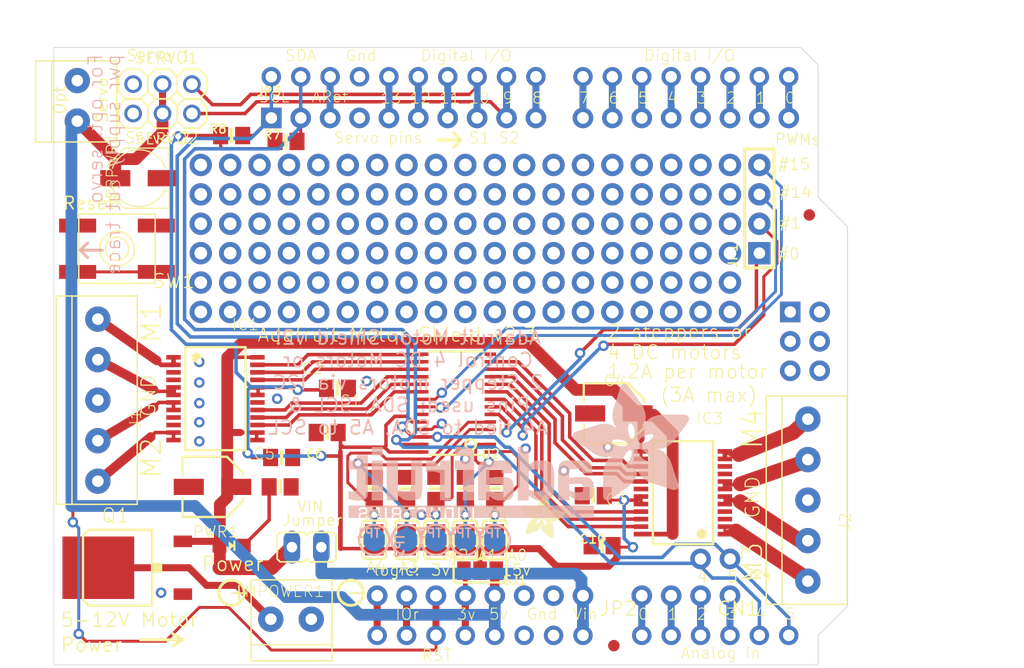
<source format=kicad_pcb>
(kicad_pcb (version 20171130) (host pcbnew 5.1.9)
  (layers (0 Top signal) (1 Route2 signal) (2 Route3 signal) (3 Route4 signal) (4 Route5 signal) (5 Route6 signal) (6 Route7 signal) (7 Route8 signal) (8 Route9 signal) (9 Route10 signal) (10 Route11 signal) (11 Route12 signal) (12 Route13 signal) (13 Route14 signal) (14 Route15 signal) (31 Bottom signal) (34 B.Paste user) (35 F.Paste user) (36 B.SilkS user) (37 F.SilkS user) (38 B.Mask user) (39 F.Mask user) (44 Edge.Cuts user))
  (net 0 "")
  (net 1 GND)
  (net 2 VCC)
  (net 3 +12V)
  (net 4 N$44)
  (net 5 N$34)
  (net 6 N$35)
  (net 7 N$36)
  (net 8 N$37)
  (net 9 N$38)
  (net 10 N$39)
  (net 11 N$40)
  (net 12 N$41)
  (net 13 N$42)
  (net 14 N$43)
  (net 15 N$45)
  (net 16 N$46)
  (net 17 N$47)
  (net 18 N$48)
  (net 19 N$49)
  (net 20 N$50)
  (net 21 N$51)
  (net 22 N$52)
  (net 23 N$53)
  (net 24 N$54)
  (net 25 N$55)
  (net 26 N$56)
  (net 27 N$57)
  (net 28 N$58)
  (net 29 N$59)
  (net 30 N$60)
  (net 31 N$61)
  (net 32 N$62)
  (net 33 N$63)
  (net 34 N$64)
  (net 35 N$65)
  (net 36 N$66)
  (net 37 N$67)
  (net 38 N$68)
  (net 39 N$69)
  (net 40 N$70)
  (net 41 N$71)
  (net 42 N$72)
  (net 43 N$73)
  (net 44 N$74)
  (net 45 N$75)
  (net 46 N$76)
  (net 47 N$77)
  (net 48 N$78)
  (net 49 N$79)
  (net 50 N$80)
  (net 51 N$81)
  (net 52 N$82)
  (net 53 N$83)
  (net 54 N$84)
  (net 55 N$89)
  (net 56 N$90)
  (net 57 N$91)
  (net 58 N$92)
  (net 59 N$93)
  (net 60 N$94)
  (net 61 N$95)
  (net 62 N$96)
  (net 63 N$97)
  (net 64 N$98)
  (net 65 N$99)
  (net 66 N$100)
  (net 67 N$101)
  (net 68 N$102)
  (net 69 N$103)
  (net 70 N$104)
  (net 71 N$105)
  (net 72 N$106)
  (net 73 N$107)
  (net 74 N$108)
  (net 75 N$109)
  (net 76 N$110)
  (net 77 N$111)
  (net 78 N$112)
  (net 79 N$113)
  (net 80 N$114)
  (net 81 N$115)
  (net 82 N$116)
  (net 83 N$117)
  (net 84 N$118)
  (net 85 N$119)
  (net 86 N$120)
  (net 87 N$121)
  (net 88 N$122)
  (net 89 N$123)
  (net 90 N$124)
  (net 91 N$125)
  (net 92 N$126)
  (net 93 N$127)
  (net 94 N$128)
  (net 95 N$135)
  (net 96 N$136)
  (net 97 N$137)
  (net 98 N$138)
  (net 99 N$141)
  (net 100 N$142)
  (net 101 N$143)
  (net 102 N$144)
  (net 103 N$145)
  (net 104 N$146)
  (net 105 N$147)
  (net 106 N$148)
  (net 107 N$149)
  (net 108 N$150)
  (net 109 N$151)
  (net 110 N$152)
  (net 111 N$153)
  (net 112 N$154)
  (net 113 N$155)
  (net 114 N$156)
  (net 115 N$157)
  (net 116 N$158)
  (net 117 N$159)
  (net 118 +5V)
  (net 119 +3V3)
  (net 120 /PWM8)
  (net 121 /PWM9)
  (net 122 /PWM10)
  (net 123 /PWM11)
  (net 124 /PWM12)
  (net 125 /PWM13)
  (net 126 "Net-(IC1-Pad11)")
  (net 127 "Net-(IC1-Pad7)")
  (net 128 "Net-(IC1-Pad5)")
  (net 129 "Net-(IC1-Pad1)")
  (net 130 /PWM2)
  (net 131 /PWM3)
  (net 132 /PWM4)
  (net 133 /PWM5)
  (net 134 /PWM6)
  (net 135 /PWM7)
  (net 136 "Net-(IC3-Pad11)")
  (net 137 "Net-(IC3-Pad7)")
  (net 138 "Net-(IC3-Pad5)")
  (net 139 "Net-(IC3-Pad1)")
  (net 140 /A0)
  (net 141 /A1)
  (net 142 /A2)
  (net 143 /VIN)
  (net 144 "Net-(D0-7-Pad8)")
  (net 145 "Net-(D0-7-Pad7)")
  (net 146 "Net-(D0-7-Pad6)")
  (net 147 "Net-(D0-7-Pad5)")
  (net 148 "Net-(D0-7-Pad4)")
  (net 149 "Net-(D0-7-Pad3)")
  (net 150 "Net-(D0-7-Pad2)")
  (net 151 "Net-(D0-7-Pad1)")
  (net 152 /D10)
  (net 153 /D9)
  (net 154 "Net-(LED1-PadC)")
  (net 155 /AD4/SDA)
  (net 156 /AD5/SCL)
  (net 157 /PWM15)
  (net 158 /PWM14)
  (net 159 /PWM1)
  (net 160 /PWM0)
  (net 161 /A4)
  (net 162 /A3)
  (net 163 //RST)
  (net 164 "Net-(U$1-PadMISO)")
  (net 165 "Net-(U$1-PadSCK)")
  (net 166 "Net-(U$1-PadMOSI)")
  (net 167 "Net-(JP2-Pad8)")
  (net 168 "Net-(JP2-Pad7)")
  (net 169 "Net-(CN1-Pad1)")
  (net 170 "Net-(CN1-Pad2)")
  (net 171 "Net-(CN1-Pad3)")
  (net 172 "Net-(JP3-Pad3)")
  (net 173 "Net-(JP3-Pad5)")
  (net 174 "Net-(JP3-Pad6)")
  (net 175 "Net-(JP3-Pad7)")
  (net 176 "Net-(JP3-Pad10)")
  (net 177 "Net-(CN1-Pad4)")
  (net 178 "Net-(MPOWER1-Pad2)")
  (module "" (layer Top) (at 129.4511 80.8736)
    (fp_text reference @HOLE0 hide)
    (fp_text value "" (at 0 0) (layer F.SilkS) (effects (font (size 1.27 1.27))))
    (pad "" np_thru_hole circle (at 0 0) (size 3.2 3.2) (drill 3.2) (layers *.Cu *.Mask))
  )
  (module "" (layer Top) (at 180.2511 96.1136)
    (fp_text reference @HOLE1 hide)
    (fp_text value "" (at 0 0) (layer F.SilkS) (effects (font (size 1.27 1.27))))
    (pad "" np_thru_hole circle (at 0 0) (size 3.2 3.2) (drill 3.2) (layers *.Cu *.Mask))
  )
  (module "" (layer Top) (at 128.1811 129.1336)
    (fp_text reference @HOLE2 hide)
    (fp_text value "" (at 0 0) (layer F.SilkS) (effects (font (size 1.27 1.27))))
    (pad "" np_thru_hole circle (at 0 0) (size 3.2 3.2) (drill 3.2) (layers *.Cu *.Mask))
  )
  (module "Adafruit Motor Shield v2.3:SSOP24" (layer Top) (at 128.1811 108.6866 270)
    (fp_text reference IC1 (at -5.842 -1.3599) (layer F.SilkS) (effects (font (size 0.9652 0.9652) (thickness 0.077216)) (justify left bottom)))
    (fp_text value TB6612FNG)
    (pad 13 smd rect (at 3.575 -3.625 270) (size 0.4 1.25) (layers Top F.Paste F.Mask) (net 3 +12V))
    (pad 14 smd rect (at 2.925 -3.625 270) (size 0.4 1.25) (layers Top F.Paste F.Mask) (net 3 +12V))
    (pad 24 smd rect (at -3.575 -3.625 270) (size 0.4 1.25) (layers Top F.Paste F.Mask) (net 3 +12V))
    (pad 23 smd rect (at -2.925 -3.625 270) (size 0.4 1.25) (layers Top F.Paste F.Mask) (net 120 /PWM8))
    (pad 22 smd rect (at -2.275 -3.625 270) (size 0.4 1.25) (layers Top F.Paste F.Mask) (net 121 /PWM9))
    (pad 21 smd rect (at -1.625 -3.625 270) (size 0.4 1.25) (layers Top F.Paste F.Mask) (net 122 /PWM10))
    (pad 20 smd rect (at -0.975 -3.625 270) (size 0.4 1.25) (layers Top F.Paste F.Mask) (net 2 VCC))
    (pad 19 smd rect (at -0.325 -3.625 270) (size 0.4 1.25) (layers Top F.Paste F.Mask) (net 2 VCC))
    (pad 18 smd rect (at 0.325 -3.625 270) (size 0.4 1.25) (layers Top F.Paste F.Mask) (net 1 GND))
    (pad 17 smd rect (at 0.975 -3.625 270) (size 0.4 1.25) (layers Top F.Paste F.Mask) (net 123 /PWM11))
    (pad 16 smd rect (at 1.625 -3.625 270) (size 0.4 1.25) (layers Top F.Paste F.Mask) (net 124 /PWM12))
    (pad 15 smd rect (at 2.275 -3.625 270) (size 0.4 1.25) (layers Top F.Paste F.Mask) (net 125 /PWM13))
    (pad 12 smd rect (at 3.575 3.625 270) (size 0.4 1.25) (layers Top F.Paste F.Mask) (net 126 "Net-(IC1-Pad11)"))
    (pad 11 smd rect (at 2.925 3.625 270) (size 0.4 1.25) (layers Top F.Paste F.Mask) (net 126 "Net-(IC1-Pad11)"))
    (pad 10 smd rect (at 2.275 3.625 270) (size 0.4 1.25) (layers Top F.Paste F.Mask) (net 1 GND))
    (pad 9 smd rect (at 1.625 3.625 270) (size 0.4 1.25) (layers Top F.Paste F.Mask) (net 1 GND))
    (pad 8 smd rect (at 0.975 3.625 270) (size 0.4 1.25) (layers Top F.Paste F.Mask) (net 127 "Net-(IC1-Pad7)"))
    (pad 7 smd rect (at 0.325 3.625 270) (size 0.4 1.25) (layers Top F.Paste F.Mask) (net 127 "Net-(IC1-Pad7)"))
    (pad 6 smd rect (at -0.325 3.625 270) (size 0.4 1.25) (layers Top F.Paste F.Mask) (net 128 "Net-(IC1-Pad5)"))
    (pad 5 smd rect (at -0.975 3.625 270) (size 0.4 1.25) (layers Top F.Paste F.Mask) (net 128 "Net-(IC1-Pad5)"))
    (pad 4 smd rect (at -1.625 3.625 270) (size 0.4 1.25) (layers Top F.Paste F.Mask) (net 1 GND))
    (pad 3 smd rect (at -2.275 3.625 270) (size 0.4 1.25) (layers Top F.Paste F.Mask) (net 1 GND))
    (pad 2 smd rect (at -2.925 3.625 270) (size 0.4 1.25) (layers Top F.Paste F.Mask) (net 129 "Net-(IC1-Pad1)"))
    (pad 1 smd rect (at -3.575 3.625 270) (size 0.4 1.25) (layers Top F.Paste F.Mask) (net 129 "Net-(IC1-Pad1)"))
  )
  (module "Adafruit Motor Shield v2.3:SSOP24" (layer Top) (at 168.5671 116.8146 90)
    (fp_text reference IC3 (at 5.842 1.1059) (layer F.SilkS) (effects (font (size 0.9652 0.9652) (thickness 0.077216)) (justify left bottom)))
    (fp_text value TB6612FNG)
    (pad 13 smd rect (at 3.575 -3.625 90) (size 0.4 1.25) (layers Top F.Paste F.Mask) (net 3 +12V))
    (pad 14 smd rect (at 2.925 -3.625 90) (size 0.4 1.25) (layers Top F.Paste F.Mask) (net 3 +12V))
    (pad 24 smd rect (at -3.575 -3.625 90) (size 0.4 1.25) (layers Top F.Paste F.Mask) (net 3 +12V))
    (pad 23 smd rect (at -2.925 -3.625 90) (size 0.4 1.25) (layers Top F.Paste F.Mask) (net 130 /PWM2))
    (pad 22 smd rect (at -2.275 -3.625 90) (size 0.4 1.25) (layers Top F.Paste F.Mask) (net 131 /PWM3))
    (pad 21 smd rect (at -1.625 -3.625 90) (size 0.4 1.25) (layers Top F.Paste F.Mask) (net 132 /PWM4))
    (pad 20 smd rect (at -0.975 -3.625 90) (size 0.4 1.25) (layers Top F.Paste F.Mask) (net 2 VCC))
    (pad 19 smd rect (at -0.325 -3.625 90) (size 0.4 1.25) (layers Top F.Paste F.Mask) (net 2 VCC))
    (pad 18 smd rect (at 0.325 -3.625 90) (size 0.4 1.25) (layers Top F.Paste F.Mask) (net 1 GND))
    (pad 17 smd rect (at 0.975 -3.625 90) (size 0.4 1.25) (layers Top F.Paste F.Mask) (net 133 /PWM5))
    (pad 16 smd rect (at 1.625 -3.625 90) (size 0.4 1.25) (layers Top F.Paste F.Mask) (net 134 /PWM6))
    (pad 15 smd rect (at 2.275 -3.625 90) (size 0.4 1.25) (layers Top F.Paste F.Mask) (net 135 /PWM7))
    (pad 12 smd rect (at 3.575 3.625 90) (size 0.4 1.25) (layers Top F.Paste F.Mask) (net 136 "Net-(IC3-Pad11)"))
    (pad 11 smd rect (at 2.925 3.625 90) (size 0.4 1.25) (layers Top F.Paste F.Mask) (net 136 "Net-(IC3-Pad11)"))
    (pad 10 smd rect (at 2.275 3.625 90) (size 0.4 1.25) (layers Top F.Paste F.Mask) (net 1 GND))
    (pad 9 smd rect (at 1.625 3.625 90) (size 0.4 1.25) (layers Top F.Paste F.Mask) (net 1 GND))
    (pad 8 smd rect (at 0.975 3.625 90) (size 0.4 1.25) (layers Top F.Paste F.Mask) (net 137 "Net-(IC3-Pad7)"))
    (pad 7 smd rect (at 0.325 3.625 90) (size 0.4 1.25) (layers Top F.Paste F.Mask) (net 137 "Net-(IC3-Pad7)"))
    (pad 6 smd rect (at -0.325 3.625 90) (size 0.4 1.25) (layers Top F.Paste F.Mask) (net 138 "Net-(IC3-Pad5)"))
    (pad 5 smd rect (at -0.975 3.625 90) (size 0.4 1.25) (layers Top F.Paste F.Mask) (net 138 "Net-(IC3-Pad5)"))
    (pad 4 smd rect (at -1.625 3.625 90) (size 0.4 1.25) (layers Top F.Paste F.Mask) (net 1 GND))
    (pad 3 smd rect (at -2.275 3.625 90) (size 0.4 1.25) (layers Top F.Paste F.Mask) (net 1 GND))
    (pad 2 smd rect (at -2.925 3.625 90) (size 0.4 1.25) (layers Top F.Paste F.Mask) (net 139 "Net-(IC3-Pad1)"))
    (pad 1 smd rect (at -3.575 3.625 90) (size 0.4 1.25) (layers Top F.Paste F.Mask) (net 139 "Net-(IC3-Pad1)"))
  )
  (module "Adafruit Motor Shield v2.3:1X05-3.5MM" (layer Top) (at 118.0211 108.8136 270)
    (fp_text reference J1 (at 0.746 -2.674 90) (layer F.SilkS) (effects (font (size 0.9652 0.9652) (thickness 0.077216)) (justify right top)))
    (fp_text value 1X5 hide)
    (pad 5 thru_hole circle (at -7 0 270) (size 2.1844 2.1844) (drill 1) (layers *.Cu *.Mask) (net 129 "Net-(IC1-Pad1)"))
    (pad 1 thru_hole circle (at 7 0 270) (size 2.1844 2.1844) (drill 1) (layers *.Cu *.Mask) (net 126 "Net-(IC1-Pad11)"))
    (pad 2 thru_hole circle (at 3.5 0 270) (size 2.1844 2.1844) (drill 1) (layers *.Cu *.Mask) (net 127 "Net-(IC1-Pad7)"))
    (pad 4 thru_hole circle (at -3.5 0 270) (size 2.1844 2.1844) (drill 1) (layers *.Cu *.Mask) (net 128 "Net-(IC1-Pad5)"))
    (pad 3 thru_hole circle (at 0 0 270) (size 2.1844 2.1844) (drill 1) (layers *.Cu *.Mask) (net 1 GND))
  )
  (module "Adafruit Motor Shield v2.3:1X05-3.5MM" (layer Top) (at 179.3621 117.4496 270)
    (fp_text reference J2 (at 1 -2.674 90) (layer F.SilkS) (effects (font (size 0.9652 0.9652) (thickness 0.077216)) (justify right top)))
    (fp_text value 1X5 hide)
    (pad 5 thru_hole circle (at -7 0 270) (size 2.1844 2.1844) (drill 1) (layers *.Cu *.Mask) (net 136 "Net-(IC3-Pad11)"))
    (pad 1 thru_hole circle (at 7 0 270) (size 2.1844 2.1844) (drill 1) (layers *.Cu *.Mask) (net 139 "Net-(IC3-Pad1)"))
    (pad 2 thru_hole circle (at 3.5 0 270) (size 2.1844 2.1844) (drill 1) (layers *.Cu *.Mask) (net 138 "Net-(IC3-Pad5)"))
    (pad 4 thru_hole circle (at -3.5 0 270) (size 2.1844 2.1844) (drill 1) (layers *.Cu *.Mask) (net 137 "Net-(IC3-Pad7)"))
    (pad 3 thru_hole circle (at 0 0 270) (size 2.1844 2.1844) (drill 1) (layers *.Cu *.Mask) (net 1 GND))
  )
  (module "Adafruit Motor Shield v2.3:0805-NO" (layer Top) (at 152.3111 116.4336 270)
    (fp_text reference R1 (at 2.921 0.635) (layer F.SilkS) (effects (font (size 0.9652 0.9652) (thickness 0.077216)) (justify left bottom)))
    (fp_text value 10k)
    (pad 2 smd rect (at 0.95 0 270) (size 1.3 1.5) (layers Top F.Paste F.Mask) (net 140 /A0))
    (pad 1 smd rect (at -0.95 0 270) (size 1.3 1.5) (layers Top F.Paste F.Mask) (net 1 GND))
  )
  (module "Adafruit Motor Shield v2.3:0805-NO" (layer Top) (at 149.7711 116.4336 270)
    (fp_text reference R2 (at 2.921 0.762) (layer F.SilkS) (effects (font (size 0.9652 0.9652) (thickness 0.077216)) (justify left bottom)))
    (fp_text value 10k)
    (pad 2 smd rect (at 0.95 0 270) (size 1.3 1.5) (layers Top F.Paste F.Mask) (net 141 /A1))
    (pad 1 smd rect (at -0.95 0 270) (size 1.3 1.5) (layers Top F.Paste F.Mask) (net 1 GND))
  )
  (module "Adafruit Motor Shield v2.3:0805-NO" (layer Top) (at 147.2311 116.4336 270)
    (fp_text reference R3 (at 2.921 0.762) (layer F.SilkS) (effects (font (size 0.9652 0.9652) (thickness 0.077216)) (justify left bottom)))
    (fp_text value 10k)
    (pad 2 smd rect (at 0.95 0 270) (size 1.3 1.5) (layers Top F.Paste F.Mask) (net 142 /A2))
    (pad 1 smd rect (at -0.95 0 270) (size 1.3 1.5) (layers Top F.Paste F.Mask) (net 1 GND))
  )
  (module "Adafruit Motor Shield v2.3:JP1" (layer Top) (at 136.0551 121.5136 270)
    (fp_text reference PWR1 (at -0.762 9.906) (layer F.SilkS) (effects (font (size 0.9652 0.9652) (thickness 0.09652)) (justify left bottom)))
    (fp_text value JP1E)
    (pad 2 thru_hole oval (at 0 -1.27 270) (size 2.8448 1.4224) (drill 0.9144) (layers *.Cu *.Mask) (net 143 /VIN))
    (pad 1 thru_hole oval (at 0 1.27 270) (size 2.8448 1.4224) (drill 0.9144) (layers *.Cu *.Mask) (net 3 +12V))
  )
  (module "Adafruit Motor Shield v2.3:1X2-3.5MM" (layer Top) (at 134.6581 127.7366)
    (fp_text reference MPOWER1 (at 3 -2.968) (layer F.SilkS) (effects (font (size 0.9652 0.9652) (thickness 0.077216)) (justify right top)))
    (fp_text value 1X2-3.5MM hide)
    (pad 2 thru_hole circle (at -1.7 0) (size 2.1844 2.1844) (drill 1) (layers *.Cu *.Mask) (net 178 "Net-(MPOWER1-Pad2)"))
    (pad 1 thru_hole circle (at 1.8 0) (size 2.1844 2.1844) (drill 1) (layers *.Cu *.Mask) (net 1 GND))
  )
  (module "Adafruit Motor Shield v2.3:SOLDERJUMPER_REFLOW_NOPASTE" (layer Top) (at 152.3111 120.8786 90)
    (fp_text reference A0 (at -1.905 1.016) (layer F.SilkS) (effects (font (size 0.9652 0.9652) (thickness 0.09652)) (justify left bottom)))
    (fp_text value SOLDERJUMPERREFLOW_NOPASTE)
    (pad 2 smd rect (at 0.762 0 90) (size 1.1684 1.6002) (layers Top F.Mask) (net 140 /A0))
    (pad 1 smd rect (at -0.762 0 90) (size 1.1684 1.6002) (layers Top F.Mask) (net 2 VCC))
  )
  (module "Adafruit Motor Shield v2.3:SOLDERJUMPER_REFLOW_NOPASTE" (layer Top) (at 149.7711 120.8786 90)
    (fp_text reference A1 (at -1.905 1.016) (layer F.SilkS) (effects (font (size 0.9652 0.9652) (thickness 0.09652)) (justify left bottom)))
    (fp_text value SOLDERJUMPERREFLOW_NOPASTE)
    (pad 2 smd rect (at 0.762 0 90) (size 1.1684 1.6002) (layers Top F.Mask) (net 141 /A1))
    (pad 1 smd rect (at -0.762 0 90) (size 1.1684 1.6002) (layers Top F.Mask) (net 2 VCC))
  )
  (module "Adafruit Motor Shield v2.3:SOLDERJUMPER_REFLOW_NOPASTE" (layer Top) (at 147.2311 120.8786 90)
    (fp_text reference A2 (at -1.905 1.016) (layer F.SilkS) (effects (font (size 0.9652 0.9652) (thickness 0.09652)) (justify left bottom)))
    (fp_text value SOLDERJUMPERREFLOW_NOPASTE)
    (pad 2 smd rect (at 0.762 0 90) (size 1.1684 1.6002) (layers Top F.Mask) (net 142 /A2))
    (pad 1 smd rect (at -0.762 0 90) (size 1.1684 1.6002) (layers Top F.Mask) (net 2 VCC))
  )
  (module "Adafruit Motor Shield v2.3:1X08-CLEANBIG" (layer Top) (at 168.8211 84.4296 180)
    (fp_text reference D0-7 hide)
    (fp_text value PINHD-1X8CLEANBIG)
    (pad 8 thru_hole circle (at 8.89 0 270) (size 1.778 1.778) (drill 1.016) (layers *.Cu *.Mask) (net 144 "Net-(D0-7-Pad8)"))
    (pad 7 thru_hole circle (at 6.35 0 270) (size 1.778 1.778) (drill 1.016) (layers *.Cu *.Mask) (net 145 "Net-(D0-7-Pad7)"))
    (pad 6 thru_hole circle (at 3.81 0 270) (size 1.778 1.778) (drill 1.016) (layers *.Cu *.Mask) (net 146 "Net-(D0-7-Pad6)"))
    (pad 5 thru_hole circle (at 1.27 0 270) (size 1.778 1.778) (drill 1.016) (layers *.Cu *.Mask) (net 147 "Net-(D0-7-Pad5)"))
    (pad 4 thru_hole circle (at -1.27 0 270) (size 1.778 1.778) (drill 1.016) (layers *.Cu *.Mask) (net 148 "Net-(D0-7-Pad4)"))
    (pad 3 thru_hole circle (at -3.81 0 270) (size 1.778 1.778) (drill 1.016) (layers *.Cu *.Mask) (net 149 "Net-(D0-7-Pad3)"))
    (pad 2 thru_hole circle (at -6.35 0 270) (size 1.778 1.778) (drill 1.016) (layers *.Cu *.Mask) (net 150 "Net-(D0-7-Pad2)"))
    (pad 1 thru_hole circle (at -8.89 0 270) (size 1.778 1.778) (drill 1.016) (layers *.Cu *.Mask) (net 151 "Net-(D0-7-Pad1)"))
  )
  (module "Adafruit Motor Shield v2.3:0805-NO" (layer Top) (at 137.8331 111.6076 180)
    (fp_text reference C1 (at -1 2.173) (layer F.SilkS) (effects (font (size 0.9652 0.9652) (thickness 0.077216)) (justify left bottom)))
    (fp_text value 0.1uF)
    (pad 2 smd rect (at 0.95 0 180) (size 1.3 1.5) (layers Top F.Paste F.Mask) (net 1 GND))
    (pad 1 smd rect (at -0.95 0 180) (size 1.3 1.5) (layers Top F.Paste F.Mask) (net 2 VCC))
  )
  (module "Adafruit Motor Shield v2.3:0805-NO" (layer Top) (at 138.7221 107.7976)
    (fp_text reference C2 (at -3.159 -1.129) (layer F.SilkS) (effects (font (size 0.9652 0.9652) (thickness 0.077216)) (justify left bottom)))
    (fp_text value 0.1uF)
    (pad 2 smd rect (at 0.95 0) (size 1.3 1.5) (layers Top F.Paste F.Mask) (net 1 GND))
    (pad 1 smd rect (at -0.95 0) (size 1.3 1.5) (layers Top F.Paste F.Mask) (net 2 VCC))
  )
  (module "Adafruit Motor Shield v2.3:0805-NO" (layer Top) (at 160.8201 117.0686 180)
    (fp_text reference C3 (at -1 -0.875) (layer F.SilkS) (effects (font (size 0.9652 0.9652) (thickness 0.077216)) (justify left bottom)))
    (fp_text value 0.1uF)
    (pad 2 smd rect (at 0.95 0 180) (size 1.3 1.5) (layers Top F.Paste F.Mask) (net 1 GND))
    (pad 1 smd rect (at -0.95 0 180) (size 1.3 1.5) (layers Top F.Paste F.Mask) (net 2 VCC))
  )
  (module "Adafruit Motor Shield v2.3:PANASONIC_C" (layer Top) (at 162.5981 109.9566)
    (fp_text reference C4 (at -0.934 -2.27) (layer F.SilkS) (effects (font (size 0.9652 0.9652) (thickness 0.077216)) (justify left bottom)))
    (fp_text value 47uF/16v)
    (pad + smd rect (at 2.05 0) (size 2.6 1.4) (layers Top F.Paste F.Mask) (net 3 +12V))
    (pad - smd rect (at -2.05 0) (size 2.6 1.4) (layers Top F.Paste F.Mask) (net 1 GND))
  )
  (module "Adafruit Motor Shield v2.3:PANASONIC_C" (layer Top) (at 127.9271 116.3066)
    (fp_text reference C5 (at 3.474 -2.302) (layer F.SilkS) (effects (font (size 0.9652 0.9652) (thickness 0.077216)) (justify left bottom)))
    (fp_text value 47uF+/16v)
    (pad + smd rect (at 2.05 0) (size 2.6 1.4) (layers Top F.Paste F.Mask) (net 3 +12V))
    (pad - smd rect (at -2.05 0) (size 2.6 1.4) (layers Top F.Paste F.Mask) (net 1 GND))
  )
  (module "Adafruit Motor Shield v2.3:1X03" (layer Top) (at 123.6091 81.5086)
    (fp_text reference SERVO1 (at -2.4892 -1.7018) (layer F.SilkS) (effects (font (size 0.9652 0.9652) (thickness 0.09652)) (justify left bottom)))
    (fp_text value PINHD-1X3)
    (pad 3 thru_hole circle (at 2.54 0 90) (size 1.524 1.524) (drill 1.016) (layers *.Cu *.Mask) (net 152 /D10))
    (pad 2 thru_hole circle (at 0 0 90) (size 1.524 1.524) (drill 1.016) (layers *.Cu *.Mask) (net 118 +5V))
    (pad 1 thru_hole circle (at -2.54 0 90) (size 1.524 1.524) (drill 1.016) (layers *.Cu *.Mask) (net 1 GND))
  )
  (module "Adafruit Motor Shield v2.3:1X03" (layer Top) (at 123.6091 84.0486)
    (fp_text reference SERVO2 (at -2.4892 2.7432) (layer F.SilkS) (effects (font (size 0.9652 0.9652) (thickness 0.09652)) (justify left bottom)))
    (fp_text value PINHD-1X3)
    (pad 3 thru_hole circle (at 2.54 0 90) (size 1.524 1.524) (drill 1.016) (layers *.Cu *.Mask) (net 153 /D9))
    (pad 2 thru_hole circle (at 0 0 90) (size 1.524 1.524) (drill 1.016) (layers *.Cu *.Mask) (net 118 +5V))
    (pad 1 thru_hole circle (at -2.54 0 90) (size 1.524 1.524) (drill 1.016) (layers *.Cu *.Mask) (net 1 GND))
  )
  (module "Adafruit Motor Shield v2.3:1X2-3.5MM" (layer Top) (at 116.2431 82.9056 270)
    (fp_text reference SERPWR1 (at 2.746 -2.46 90) (layer F.SilkS) (effects (font (size 0.9652 0.9652) (thickness 0.077216)) (justify right top)))
    (fp_text value 1X2-3.5MM hide)
    (pad 2 thru_hole circle (at -1.7 0 270) (size 2.1844 2.1844) (drill 1) (layers *.Cu *.Mask) (net 1 GND))
    (pad 1 thru_hole circle (at 1.8 0 270) (size 2.1844 2.1844) (drill 1) (layers *.Cu *.Mask) (net 118 +5V))
  )
  (module "Adafruit Motor Shield v2.3:PANASONIC_C" (layer Top) (at 121.5771 89.6366 180)
    (fp_text reference C9 hide)
    (fp_text value "10\\0uF 6.3V")
    (pad + smd rect (at 2.05 0 180) (size 2.6 1.4) (layers Top F.Paste F.Mask) (net 118 +5V))
    (pad - smd rect (at -2.05 0 180) (size 2.6 1.4) (layers Top F.Paste F.Mask) (net 1 GND))
  )
  (module "Adafruit Motor Shield v2.3:CHIPLED_0805_NOOUTLINE" (layer Top) (at 129.5781 121.3866 270)
    (fp_text reference LED1 hide)
    (fp_text value Green)
    (pad A smd rect (at 0 1.05 270) (size 1.2 1.2) (layers Top F.Paste F.Mask) (net 3 +12V))
    (pad C smd rect (at 0 -1.05 270) (size 1.2 1.2) (layers Top F.Paste F.Mask) (net 154 "Net-(LED1-PadC)"))
  )
  (module "Adafruit Motor Shield v2.3:0805-NO" (layer Top) (at 133.7691 116.3066 180)
    (fp_text reference R4 hide)
    (fp_text value 1K)
    (pad 2 smd rect (at 0.95 0 180) (size 1.3 1.5) (layers Top F.Paste F.Mask) (net 154 "Net-(LED1-PadC)"))
    (pad 1 smd rect (at -0.95 0 180) (size 1.3 1.5) (layers Top F.Paste F.Mask) (net 1 GND))
  )
  (module "Adafruit Motor Shield v2.3:FIDUCIAL_1MM" (layer Top) (at 162.5981 130.0226)
    (fp_text reference U$2 hide)
    (fp_text value FIDUCIAL hide)
    (pad 1 smd roundrect (at 0 0) (size 1 1) (layers Top F.Mask) (roundrect_rratio 0.5))
  )
  (module "Adafruit Motor Shield v2.3:FIDUCIAL_1MM" (layer Top) (at 179.4891 92.8116)
    (fp_text reference U$4 hide)
    (fp_text value FIDUCIAL hide)
    (pad 1 smd roundrect (at 0 0) (size 1 1) (layers Top F.Mask) (roundrect_rratio 0.5))
  )
  (module "Adafruit Motor Shield v2.3:D-PAK_TO252AA" (layer Top) (at 120.5611 123.2916 90)
    (fp_text reference Q1 (at 3.81 -2.286) (layer F.SilkS) (effects (font (size 1.2065 1.2065) (thickness 0.09652)) (justify left bottom)))
    (fp_text value AOD417)
    (pad 3 smd rect (at 2.28 4.8 90) (size 1 1.6) (layers Top F.Paste F.Mask) (net 3 +12V))
    (pad 1 smd rect (at -2.28 4.8 90) (size 1 1.6) (layers Top F.Paste F.Mask) (net 1 GND))
    (pad 4 smd rect (at 0 -2.5 90) (size 5.4 6.2) (layers Top F.Paste F.Mask) (net 178 "Net-(MPOWER1-Pad2)"))
  )
  (module "Adafruit Motor Shield v2.3:TSSOP28" (layer Top) (at 149.0091 109.0676 90)
    (fp_text reference U2 (at -4.8456 2.0828) (layer F.SilkS) (effects (font (size 0.77216 0.77216) (thickness 0.138988)) (justify left bottom)))
    (fp_text value PCA9685)
    (pad 18 smd rect (at 2.275 -2.9178 90) (size 0.3048 0.9906) (layers Top F.Paste F.Mask) (net 123 /PWM11))
    (pad 17 smd rect (at 2.925 -2.9178 90) (size 0.3048 0.9906) (layers Top F.Paste F.Mask) (net 122 /PWM10))
    (pad 16 smd rect (at 3.575 -2.9178 90) (size 0.3048 0.9906) (layers Top F.Paste F.Mask) (net 121 /PWM9))
    (pad 15 smd rect (at 4.225 -2.9178 90) (size 0.3048 0.9906) (layers Top F.Paste F.Mask) (net 120 /PWM8))
    (pad 14 smd rect (at 4.225 2.9178 90) (size 0.3048 0.9906) (layers Top F.Paste F.Mask) (net 1 GND))
    (pad 13 smd rect (at 3.575 2.9178 90) (size 0.3048 0.9906) (layers Top F.Paste F.Mask) (net 135 /PWM7))
    (pad 12 smd rect (at 2.925 2.9178 90) (size 0.3048 0.9906) (layers Top F.Paste F.Mask) (net 134 /PWM6))
    (pad 11 smd rect (at 2.275 2.9178 90) (size 0.3048 0.9906) (layers Top F.Paste F.Mask) (net 133 /PWM5))
    (pad 19 smd rect (at 1.625 -2.9178 90) (size 0.3048 0.9906) (layers Top F.Paste F.Mask) (net 124 /PWM12))
    (pad 20 smd rect (at 0.975 -2.9178 90) (size 0.3048 0.9906) (layers Top F.Paste F.Mask) (net 125 /PWM13))
    (pad 10 smd rect (at 1.625 2.9178 90) (size 0.3048 0.9906) (layers Top F.Paste F.Mask) (net 132 /PWM4))
    (pad 9 smd rect (at 0.975 2.9178 90) (size 0.3048 0.9906) (layers Top F.Paste F.Mask) (net 131 /PWM3))
    (pad 28 smd rect (at -4.225 -2.9178 90) (size 0.3048 0.9906) (layers Top F.Paste F.Mask) (net 2 VCC))
    (pad 27 smd rect (at -3.575 -2.9178 90) (size 0.3048 0.9906) (layers Top F.Paste F.Mask) (net 155 /AD4/SDA))
    (pad 26 smd rect (at -2.925 -2.9178 90) (size 0.3048 0.9906) (layers Top F.Paste F.Mask) (net 156 /AD5/SCL))
    (pad 25 smd rect (at -2.275 -2.9178 90) (size 0.3048 0.9906) (layers Top F.Paste F.Mask) (net 1 GND))
    (pad 24 smd rect (at -1.625 -2.9178 90) (size 0.3048 0.9906) (layers Top F.Paste F.Mask) (net 2 VCC))
    (pad 23 smd rect (at -0.975 -2.9178 90) (size 0.3048 0.9906) (layers Top F.Paste F.Mask) (net 1 GND))
    (pad 22 smd rect (at -0.325 -2.9178 90) (size 0.3048 0.9906) (layers Top F.Paste F.Mask) (net 157 /PWM15))
    (pad 21 smd rect (at 0.325 -2.9178 90) (size 0.3048 0.9906) (layers Top F.Paste F.Mask) (net 158 /PWM14))
    (pad 8 smd rect (at 0.325 2.9178 90) (size 0.3048 0.9906) (layers Top F.Paste F.Mask) (net 130 /PWM2))
    (pad 7 smd rect (at -0.325 2.9178 90) (size 0.3048 0.9906) (layers Top F.Paste F.Mask) (net 159 /PWM1))
    (pad 6 smd rect (at -0.975 2.9178 90) (size 0.3048 0.9906) (layers Top F.Paste F.Mask) (net 160 /PWM0))
    (pad 5 smd rect (at -1.625 2.9178 90) (size 0.3048 0.9906) (layers Top F.Paste F.Mask) (net 161 /A4))
    (pad 4 smd rect (at -2.275 2.9178 90) (size 0.3048 0.9906) (layers Top F.Paste F.Mask) (net 162 /A3))
    (pad 3 smd rect (at -2.925 2.9178 90) (size 0.3048 0.9906) (layers Top F.Paste F.Mask) (net 142 /A2))
    (pad 2 smd rect (at -3.575 2.9178 90) (size 0.3048 0.9906) (layers Top F.Paste F.Mask) (net 141 /A1))
    (pad 1 smd rect (at -4.225 2.9178 90) (size 0.3048 0.9906) (layers Top F.Paste F.Mask) (net 140 /A0))
  )
  (module "Adafruit Motor Shield v2.3:SOLDERJUMPER_REFLOW_NOPASTE" (layer Top) (at 144.6911 120.8786 270)
    (fp_text reference A3 (at 2.921 0.762) (layer F.SilkS) (effects (font (size 0.9652 0.9652) (thickness 0.09652)) (justify left bottom)))
    (fp_text value SOLDERJUMPERREFLOW_NOPASTE)
    (pad 2 smd rect (at 0.762 0 270) (size 1.1684 1.6002) (layers Top F.Mask) (net 2 VCC))
    (pad 1 smd rect (at -0.762 0 270) (size 1.1684 1.6002) (layers Top F.Mask) (net 162 /A3))
  )
  (module "Adafruit Motor Shield v2.3:SOLDERJUMPER_REFLOW_NOPASTE" (layer Top) (at 141.8971 120.8786 270)
    (fp_text reference A4 (at 2.921 0.762) (layer F.SilkS) (effects (font (size 0.9652 0.9652) (thickness 0.09652)) (justify left bottom)))
    (fp_text value SOLDERJUMPERREFLOW_NOPASTE)
    (pad 2 smd rect (at 0.762 0 270) (size 1.1684 1.6002) (layers Top F.Mask) (net 2 VCC))
    (pad 1 smd rect (at -0.762 0 270) (size 1.1684 1.6002) (layers Top F.Mask) (net 161 /A4))
  )
  (module "Adafruit Motor Shield v2.3:0805-NO" (layer Top) (at 144.6911 116.4336 270)
    (fp_text reference R5 (at 2.921 0.889) (layer F.SilkS) (effects (font (size 0.9652 0.9652) (thickness 0.077216)) (justify left bottom)))
    (fp_text value 10k)
    (pad 2 smd rect (at 0.95 0 270) (size 1.3 1.5) (layers Top F.Paste F.Mask) (net 162 /A3))
    (pad 1 smd rect (at -0.95 0 270) (size 1.3 1.5) (layers Top F.Paste F.Mask) (net 1 GND))
  )
  (module "Adafruit Motor Shield v2.3:0805-NO" (layer Top) (at 141.8971 116.4336 270)
    (fp_text reference R6 (at 2.921 0.889) (layer F.SilkS) (effects (font (size 0.9652 0.9652) (thickness 0.077216)) (justify left bottom)))
    (fp_text value 10k)
    (pad 2 smd rect (at 0.95 0 270) (size 1.3 1.5) (layers Top F.Paste F.Mask) (net 161 /A4))
    (pad 1 smd rect (at -0.95 0 270) (size 1.3 1.5) (layers Top F.Paste F.Mask) (net 1 GND))
  )
  (module "Adafruit Motor Shield v2.3:TESTPOINT_ROUND_2MM" (layer Bottom) (at 141.8971 120.8786 180)
    (fp_text reference TP1 (at 1.651 0.127 180) (layer B.SilkS) (effects (font (size 0.77216 0.77216) (thickness 0.146304)) (justify right bottom mirror)))
    (fp_text value TESTPOINTROUND2MM)
    (pad P$1 smd roundrect (at 0 0 180) (size 2 2) (layers Bottom B.Mask) (roundrect_rratio 0.5) (net 161 /A4))
  )
  (module "Adafruit Motor Shield v2.3:TESTPOINT_ROUND_2MM" (layer Bottom) (at 144.6911 120.8786 270)
    (fp_text reference TP2 (at 1.651 0.127 270) (layer B.SilkS) (effects (font (size 0.77216 0.77216) (thickness 0.146304)) (justify right bottom mirror)))
    (fp_text value TESTPOINTROUND2MM)
    (pad P$1 smd roundrect (at 0 0 270) (size 2 2) (layers Bottom B.Mask) (roundrect_rratio 0.5) (net 162 /A3))
  )
  (module "Adafruit Motor Shield v2.3:TESTPOINT_ROUND_2MM" (layer Bottom) (at 147.2311 120.8786 180)
    (fp_text reference TP3 (at 1.651 0.127 180) (layer B.SilkS) (effects (font (size 0.77216 0.77216) (thickness 0.146304)) (justify right bottom mirror)))
    (fp_text value TESTPOINTROUND2MM)
    (pad P$1 smd roundrect (at 0 0 180) (size 2 2) (layers Bottom B.Mask) (roundrect_rratio 0.5) (net 142 /A2))
  )
  (module "Adafruit Motor Shield v2.3:TESTPOINT_ROUND_2MM" (layer Bottom) (at 149.7711 120.8786 180)
    (fp_text reference TP4 (at 1.651 0.127 180) (layer B.SilkS) (effects (font (size 0.77216 0.77216) (thickness 0.146304)) (justify right bottom mirror)))
    (fp_text value TESTPOINTROUND2MM)
    (pad P$1 smd roundrect (at 0 0 180) (size 2 2) (layers Bottom B.Mask) (roundrect_rratio 0.5) (net 141 /A1))
  )
  (module "Adafruit Motor Shield v2.3:TESTPOINT_ROUND_2MM" (layer Bottom) (at 152.3111 120.8786 180)
    (fp_text reference TP5 (at 1.651 0.127 180) (layer B.SilkS) (effects (font (size 0.77216 0.77216) (thickness 0.146304)) (justify right bottom mirror)))
    (fp_text value TESTPOINTROUND2MM)
    (pad P$1 smd roundrect (at 0 0 180) (size 2 2) (layers Bottom B.Mask) (roundrect_rratio 0.5) (net 140 /A0))
  )
  (module "Adafruit Motor Shield v2.3:1X04_ROUND_76" (layer Top) (at 175.1711 92.3036 90)
    (fp_text reference JP1 (at -5.1562 -1.8288 90) (layer F.SilkS) (effects (font (size 0.77216 0.77216) (thickness 0.138988)) (justify left bottom)))
    (fp_text value HEADER-1X476MIL)
    (pad 4 thru_hole circle (at 3.81 0 180) (size 1.9304 1.9304) (drill 1) (layers *.Cu *.Mask) (net 157 /PWM15))
    (pad 3 thru_hole circle (at 1.27 0 180) (size 1.9304 1.9304) (drill 1) (layers *.Cu *.Mask) (net 158 /PWM14))
    (pad 2 thru_hole circle (at -1.27 0 180) (size 1.9304 1.9304) (drill 1) (layers *.Cu *.Mask) (net 159 /PWM1))
    (pad 1 thru_hole rect (at -3.81 0 180) (size 1.9304 1.9304) (drill 1) (layers *.Cu *.Mask) (net 160 /PWM0))
  )
  (module "Adafruit Motor Shield v2.3:0805-NO" (layer Top) (at 134.2771 86.4616 180)
    (fp_text reference R7 (at 2.032 0.127) (layer F.SilkS) (effects (font (size 0.77216 0.77216) (thickness 0.138988)) (justify left bottom)))
    (fp_text value 10K)
    (pad 2 smd rect (at 0.95 0 180) (size 1.3 1.5) (layers Top F.Paste F.Mask) (net 2 VCC))
    (pad 1 smd rect (at -0.95 0 180) (size 1.3 1.5) (layers Top F.Paste F.Mask) (net 155 /AD4/SDA))
  )
  (module "Adafruit Motor Shield v2.3:0805-NO" (layer Top) (at 129.5781 85.9536 180)
    (fp_text reference R8 (at 2.032 0.127) (layer F.SilkS) (effects (font (size 0.77216 0.77216) (thickness 0.138988)) (justify left bottom)))
    (fp_text value 10K)
    (pad 2 smd rect (at 0.95 0 180) (size 1.3 1.5) (layers Top F.Paste F.Mask) (net 2 VCC))
    (pad 1 smd rect (at -0.95 0 180) (size 1.3 1.5) (layers Top F.Paste F.Mask) (net 156 /AD5/SCL))
  )
  (module "Adafruit Motor Shield v2.3:ARDUINOR3_ICSP" (layer Top) (at 114.2111 131.6736)
    (fp_text reference U$1 hide)
    (fp_text value ARDUINO_R3_ICSP hide)
    (fp_text user IOr (at 29.4539 -3.81) (layer F.SilkS) (effects (font (size 0.9652 0.9652) (thickness 0.08128)) (justify left bottom)))
    (fp_text user SDA (at 19.939 -52.07) (layer F.SilkS) (effects (font (size 0.9652 0.9652) (thickness 0.08128)) (justify left bottom)))
    (fp_text user SCL (at 17.653 -48.514) (layer F.SilkS) (effects (font (size 0.9652 0.9652) (thickness 0.08128)) (justify left bottom)))
    (fp_text user "Digital I/O" (at 50.927 -52.07) (layer F.SilkS) (effects (font (size 0.9652 0.9652) (thickness 0.08128)) (justify left bottom)))
    (fp_text user "Digital I/O" (at 31.623 -52.07) (layer F.SilkS) (effects (font (size 0.9652 0.9652) (thickness 0.08128)) (justify left bottom)))
    (fp_text user 0 (at 64.135 -49.53) (layer F.SilkS) (effects (font (size 0.9652 0.9652) (thickness 0.08128)) (justify right top)))
    (fp_text user 1 (at 61.595 -49.53) (layer F.SilkS) (effects (font (size 0.9652 0.9652) (thickness 0.08128)) (justify right top)))
    (fp_text user 2 (at 59.055 -49.53) (layer F.SilkS) (effects (font (size 0.9652 0.9652) (thickness 0.08128)) (justify right top)))
    (fp_text user 3 (at 56.515 -49.53) (layer F.SilkS) (effects (font (size 0.9652 0.9652) (thickness 0.08128)) (justify right top)))
    (fp_text user 4 (at 53.975 -49.53) (layer F.SilkS) (effects (font (size 0.9652 0.9652) (thickness 0.08128)) (justify right top)))
    (fp_text user 5 (at 51.435 -49.53) (layer F.SilkS) (effects (font (size 0.9652 0.9652) (thickness 0.08128)) (justify right top)))
    (fp_text user 6 (at 48.895 -49.53) (layer F.SilkS) (effects (font (size 0.9652 0.9652) (thickness 0.08128)) (justify right top)))
    (fp_text user 7 (at 46.355 -49.53) (layer F.SilkS) (effects (font (size 0.9652 0.9652) (thickness 0.08128)) (justify right top)))
    (fp_text user 8 (at 42.291 -49.53) (layer F.SilkS) (effects (font (size 0.9652 0.9652) (thickness 0.08128)) (justify right top)))
    (fp_text user 9 (at 39.751 -49.53) (layer F.SilkS) (effects (font (size 0.9652 0.9652) (thickness 0.08128)) (justify right top)))
    (fp_text user 10 (at 37.719 -49.53) (layer F.SilkS) (effects (font (size 0.9652 0.9652) (thickness 0.08128)) (justify right top)))
    (fp_text user 11 (at 35.179 -49.53) (layer F.SilkS) (effects (font (size 0.9652 0.9652) (thickness 0.08128)) (justify right top)))
    (fp_text user 12 (at 32.639 -49.53) (layer F.SilkS) (effects (font (size 0.9652 0.9652) (thickness 0.08128)) (justify right top)))
    (fp_text user 13 (at 30.099 -49.53) (layer F.SilkS) (effects (font (size 0.9652 0.9652) (thickness 0.08128)) (justify right top)))
    (fp_text user Gnd (at 25.146 -52.07) (layer F.SilkS) (effects (font (size 0.9652 0.9652) (thickness 0.08128)) (justify left bottom)))
    (fp_text user ARef (at 22.225 -48.514) (layer F.SilkS) (effects (font (size 0.9652 0.9652) (thickness 0.08128)) (justify left bottom)))
    (fp_text user 5 (at 63.119 -3.81) (layer F.SilkS) (effects (font (size 0.9652 0.9652) (thickness 0.08128)) (justify left bottom)))
    (fp_text user 4 (at 60.579 -3.81) (layer F.SilkS) (effects (font (size 0.9652 0.9652) (thickness 0.08128)) (justify left bottom)))
    (fp_text user 3 (at 58.039 -3.81) (layer F.SilkS) (effects (font (size 0.9652 0.9652) (thickness 0.08128)) (justify left bottom)))
    (fp_text user 2 (at 55.499 -3.81) (layer F.SilkS) (effects (font (size 0.9652 0.9652) (thickness 0.08128)) (justify left bottom)))
    (fp_text user 1 (at 52.959 -3.81) (layer F.SilkS) (effects (font (size 0.9652 0.9652) (thickness 0.08128)) (justify left bottom)))
    (fp_text user 0 (at 50.419 -3.81) (layer F.SilkS) (effects (font (size 0.9652 0.9652) (thickness 0.08128)) (justify left bottom)))
    (fp_text user "Analog In" (at 54.1121 -0.4623) (layer F.SilkS) (effects (font (size 0.9652 0.9652) (thickness 0.08128)) (justify left bottom)))
    (fp_text user Vin (at 44.7853 -3.81) (layer F.SilkS) (effects (font (size 0.9652 0.9652) (thickness 0.08128)) (justify left bottom)))
    (fp_text user Gnd (at 40.7771 -3.81) (layer F.SilkS) (effects (font (size 0.9652 0.9652) (thickness 0.08128)) (justify left bottom)))
    (fp_text user 5v (at 37.5463 -3.81) (layer F.SilkS) (effects (font (size 0.9652 0.9652) (thickness 0.08128)) (justify left bottom)))
    (fp_text user 3v (at 34.7523 -3.81) (layer F.SilkS) (effects (font (size 0.9652 0.9652) (thickness 0.08128)) (justify left bottom)))
    (fp_text user RST (at 31.7399 -0.254) (layer F.SilkS) (effects (font (size 0.9652 0.9652) (thickness 0.08128)) (justify left bottom)))
    (fp_line (start 0 -53.34) (end 0 0) (layer Edge.Cuts) (width 0.05))
    (fp_line (start 64.516 -53.34) (end 0 -53.34) (layer Edge.Cuts) (width 0.05))
    (fp_line (start 66.04 -51.816) (end 64.516 -53.34) (layer Edge.Cuts) (width 0.05))
    (fp_line (start 66.04 -40.386) (end 66.04 -51.816) (layer Edge.Cuts) (width 0.05))
    (fp_line (start 68.58 -37.846) (end 66.04 -40.386) (layer Edge.Cuts) (width 0.05))
    (fp_line (start 68.58 -5.08) (end 68.58 -37.846) (layer Edge.Cuts) (width 0.05))
    (fp_line (start 66.04 -2.54) (end 68.58 -5.08) (layer Edge.Cuts) (width 0.05))
    (fp_line (start 66.04 0) (end 66.04 -2.54) (layer Edge.Cuts) (width 0.05))
    (fp_line (start 0 0) (end 66.04 0) (layer Edge.Cuts) (width 0.05))
    (pad RESET_ICSP thru_hole circle (at 63.627 -25.4) (size 1.778 1.778) (drill 1) (layers *.Cu *.Mask) (net 163 //RST))
    (pad GND@3 thru_hole circle (at 66.167 -25.4) (size 1.778 1.778) (drill 1) (layers *.Cu *.Mask) (net 1 GND))
    (pad 5V_ICSP thru_hole circle (at 66.167 -30.48) (size 1.778 1.778) (drill 1) (layers *.Cu *.Mask) (net 118 +5V))
    (pad MISO thru_hole rect (at 63.627 -30.48) (size 1.778 1.778) (drill 1) (layers *.Cu *.Mask) (net 164 "Net-(U$1-PadMISO)"))
    (pad SCK thru_hole circle (at 63.627 -27.94) (size 1.778 1.778) (drill 1) (layers *.Cu *.Mask) (net 165 "Net-(U$1-PadSCK)"))
    (pad MOSI thru_hole circle (at 66.167 -27.94) (size 1.778 1.778) (drill 1) (layers *.Cu *.Mask) (net 166 "Net-(U$1-PadMOSI)"))
    (pad RESERVED thru_hole circle (at 27.94 -2.54) (size 1.6764 1.6764) (drill 1) (layers *.Cu *.Mask) (net 167 "Net-(JP2-Pad8)"))
    (pad IOREF thru_hole circle (at 30.48 -2.54) (size 1.6764 1.6764) (drill 1) (layers *.Cu *.Mask) (net 168 "Net-(JP2-Pad7)"))
    (pad SCL thru_hole circle (at 18.796 -50.8) (size 1.6764 1.6764) (drill 1) (layers *.Cu *.Mask) (net 156 /AD5/SCL))
    (pad SDA thru_hole circle (at 21.336 -50.8) (size 1.6764 1.6764) (drill 1) (layers *.Cu *.Mask) (net 155 /AD4/SDA))
    (pad RESET thru_hole circle (at 33.02 -2.54) (size 1.6764 1.6764) (drill 1) (layers *.Cu *.Mask) (net 163 //RST))
    (pad 3V thru_hole circle (at 35.56 -2.54) (size 1.6764 1.6764) (drill 1) (layers *.Cu *.Mask) (net 119 +3V3))
    (pad 5V thru_hole circle (at 38.1 -2.54) (size 1.6764 1.6764) (drill 1) (layers *.Cu *.Mask) (net 118 +5V))
    (pad GND@2 thru_hole circle (at 40.64 -2.54) (size 1.6764 1.6764) (drill 1) (layers *.Cu *.Mask) (net 1 GND))
    (pad GND@1 thru_hole circle (at 43.18 -2.54) (size 1.6764 1.6764) (drill 1) (layers *.Cu *.Mask) (net 1 GND))
    (pad VIN thru_hole circle (at 45.72 -2.54) (size 1.6764 1.6764) (drill 1) (layers *.Cu *.Mask) (net 143 /VIN))
    (pad A5 thru_hole circle (at 63.5 -2.54) (size 1.6764 1.6764) (drill 1) (layers *.Cu *.Mask) (net 156 /AD5/SCL))
    (pad A4 thru_hole circle (at 60.96 -2.54) (size 1.6764 1.6764) (drill 1) (layers *.Cu *.Mask) (net 155 /AD4/SDA))
    (pad A3 thru_hole circle (at 58.42 -2.54) (size 1.6764 1.6764) (drill 1) (layers *.Cu *.Mask) (net 169 "Net-(CN1-Pad1)"))
    (pad A2 thru_hole circle (at 55.88 -2.54) (size 1.6764 1.6764) (drill 1) (layers *.Cu *.Mask) (net 170 "Net-(CN1-Pad2)"))
    (pad A1 thru_hole circle (at 53.34 -2.54) (size 1.6764 1.6764) (drill 1) (layers *.Cu *.Mask) (net 171 "Net-(CN1-Pad3)"))
    (pad AREF thru_hole circle (at 23.876 -50.8) (size 1.6764 1.6764) (drill 1) (layers *.Cu *.Mask) (net 172 "Net-(JP3-Pad3)"))
    (pad GND thru_hole circle (at 26.416 -50.8) (size 1.6764 1.6764) (drill 1) (layers *.Cu *.Mask) (net 1 GND))
    (pad D13 thru_hole circle (at 28.956 -50.8) (size 1.6764 1.6764) (drill 1) (layers *.Cu *.Mask) (net 173 "Net-(JP3-Pad5)"))
    (pad D12 thru_hole circle (at 31.496 -50.8) (size 1.6764 1.6764) (drill 1) (layers *.Cu *.Mask) (net 174 "Net-(JP3-Pad6)"))
    (pad D11 thru_hole circle (at 34.036 -50.8) (size 1.6764 1.6764) (drill 1) (layers *.Cu *.Mask) (net 175 "Net-(JP3-Pad7)"))
    (pad D10 thru_hole circle (at 36.576 -50.8) (size 1.6764 1.6764) (drill 1) (layers *.Cu *.Mask) (net 152 /D10))
    (pad D9 thru_hole circle (at 39.116 -50.8) (size 1.6764 1.6764) (drill 1) (layers *.Cu *.Mask) (net 153 /D9))
    (pad D8 thru_hole circle (at 41.656 -50.8) (size 1.6764 1.6764) (drill 1) (layers *.Cu *.Mask) (net 176 "Net-(JP3-Pad10)"))
    (pad D7 thru_hole circle (at 45.72 -50.8) (size 1.6764 1.6764) (drill 1) (layers *.Cu *.Mask) (net 144 "Net-(D0-7-Pad8)"))
    (pad D6 thru_hole circle (at 48.26 -50.8) (size 1.6764 1.6764) (drill 1) (layers *.Cu *.Mask) (net 145 "Net-(D0-7-Pad7)"))
    (pad D5 thru_hole circle (at 50.8 -50.8) (size 1.6764 1.6764) (drill 1) (layers *.Cu *.Mask) (net 146 "Net-(D0-7-Pad6)"))
    (pad D0 thru_hole circle (at 63.5 -50.8) (size 1.6764 1.6764) (drill 1) (layers *.Cu *.Mask) (net 151 "Net-(D0-7-Pad1)"))
    (pad D1 thru_hole circle (at 60.96 -50.8) (size 1.6764 1.6764) (drill 1) (layers *.Cu *.Mask) (net 150 "Net-(D0-7-Pad2)"))
    (pad D2 thru_hole circle (at 58.42 -50.8) (size 1.6764 1.6764) (drill 1) (layers *.Cu *.Mask) (net 149 "Net-(D0-7-Pad3)"))
    (pad D3 thru_hole circle (at 55.88 -50.8) (size 1.6764 1.6764) (drill 1) (layers *.Cu *.Mask) (net 148 "Net-(D0-7-Pad4)"))
    (pad A0 thru_hole circle (at 50.8 -2.54) (size 1.6764 1.6764) (drill 1) (layers *.Cu *.Mask) (net 177 "Net-(CN1-Pad4)"))
    (pad D4 thru_hole circle (at 53.34 -50.8) (size 1.6764 1.6764) (drill 1) (layers *.Cu *.Mask) (net 147 "Net-(D0-7-Pad5)"))
  )
  (module "Adafruit Motor Shield v2.3:1X04-CLEANBIG" (layer Top) (at 168.8211 125.7046 180)
    (fp_text reference CN1 (at -2.6162 -1.8288) (layer F.SilkS) (effects (font (size 1.2065 1.2065) (thickness 0.12065)) (justify left bottom)))
    (fp_text value 1X4-CLEANBIG hide)
    (pad 4 thru_hole circle (at 3.81 0 270) (size 1.778 1.778) (drill 1.016) (layers *.Cu *.Mask) (net 177 "Net-(CN1-Pad4)"))
    (pad 3 thru_hole circle (at 1.27 0 270) (size 1.778 1.778) (drill 1.016) (layers *.Cu *.Mask) (net 171 "Net-(CN1-Pad3)"))
    (pad 2 thru_hole circle (at -1.27 0 270) (size 1.778 1.778) (drill 1.016) (layers *.Cu *.Mask) (net 170 "Net-(CN1-Pad2)"))
    (pad 1 thru_hole circle (at -3.81 0 270) (size 1.778 1.778) (drill 1.016) (layers *.Cu *.Mask) (net 169 "Net-(CN1-Pad1)"))
  )
  (module "Adafruit Motor Shield v2.3:1X08-CLEANBIG" (layer Top) (at 151.0411 125.7046 180)
    (fp_text reference JP2 (at -10.2362 -1.8288) (layer F.SilkS) (effects (font (size 1.2065 1.2065) (thickness 0.12065)) (justify left bottom)))
    (fp_text value PINHD-1X8CLEANBIG)
    (pad 8 thru_hole circle (at 8.89 0 270) (size 1.778 1.778) (drill 1.016) (layers *.Cu *.Mask) (net 167 "Net-(JP2-Pad8)"))
    (pad 7 thru_hole circle (at 6.35 0 270) (size 1.778 1.778) (drill 1.016) (layers *.Cu *.Mask) (net 168 "Net-(JP2-Pad7)"))
    (pad 6 thru_hole circle (at 3.81 0 270) (size 1.778 1.778) (drill 1.016) (layers *.Cu *.Mask) (net 163 //RST))
    (pad 5 thru_hole circle (at 1.27 0 270) (size 1.778 1.778) (drill 1.016) (layers *.Cu *.Mask) (net 119 +3V3))
    (pad 4 thru_hole circle (at -1.27 0 270) (size 1.778 1.778) (drill 1.016) (layers *.Cu *.Mask) (net 118 +5V))
    (pad 3 thru_hole circle (at -3.81 0 270) (size 1.778 1.778) (drill 1.016) (layers *.Cu *.Mask) (net 1 GND))
    (pad 2 thru_hole circle (at -6.35 0 270) (size 1.778 1.778) (drill 1.016) (layers *.Cu *.Mask) (net 1 GND))
    (pad 1 thru_hole circle (at -8.89 0 270) (size 1.778 1.778) (drill 1.016) (layers *.Cu *.Mask) (net 143 /VIN))
  )
  (module "Adafruit Motor Shield v2.3:1X10_ROUND70" (layer Top) (at 144.4371 84.4296)
    (fp_text reference JP3 (at -12.7762 -1.8288) (layer F.SilkS) (effects (font (size 0.77216 0.77216) (thickness 0.138988)) (justify left bottom)))
    (fp_text value HEADER-1X1070MIL)
    (pad 10 thru_hole circle (at 11.43 0 90) (size 1.778 1.778) (drill 1) (layers *.Cu *.Mask) (net 176 "Net-(JP3-Pad10)"))
    (pad 9 thru_hole circle (at 8.89 0 90) (size 1.778 1.778) (drill 1) (layers *.Cu *.Mask) (net 153 /D9))
    (pad 8 thru_hole circle (at 6.35 0 90) (size 1.778 1.778) (drill 1) (layers *.Cu *.Mask) (net 152 /D10))
    (pad 7 thru_hole circle (at 3.81 0 90) (size 1.778 1.778) (drill 1) (layers *.Cu *.Mask) (net 175 "Net-(JP3-Pad7)"))
    (pad 6 thru_hole circle (at 1.27 0 90) (size 1.778 1.778) (drill 1) (layers *.Cu *.Mask) (net 174 "Net-(JP3-Pad6)"))
    (pad 5 thru_hole circle (at -1.27 0 90) (size 1.778 1.778) (drill 1) (layers *.Cu *.Mask) (net 173 "Net-(JP3-Pad5)"))
    (pad 4 thru_hole circle (at -3.81 0 90) (size 1.778 1.778) (drill 1) (layers *.Cu *.Mask) (net 1 GND))
    (pad 3 thru_hole circle (at -6.35 0 90) (size 1.778 1.778) (drill 1) (layers *.Cu *.Mask) (net 172 "Net-(JP3-Pad3)"))
    (pad 2 thru_hole circle (at -8.89 0 90) (size 1.778 1.778) (drill 1) (layers *.Cu *.Mask) (net 155 /AD4/SDA))
    (pad 1 thru_hole rect (at -11.43 0 90) (size 1.778 1.778) (drill 1) (layers *.Cu *.Mask) (net 156 /AD5/SCL))
  )
  (module "Adafruit Motor Shield v2.3:FIDUCIAL_1MM" (layer Top) (at 115.7351 87.9856)
    (fp_text reference U$3 hide)
    (fp_text value FIDUCIAL hide)
    (pad 1 smd roundrect (at 0 0) (size 1 1) (layers Top F.Mask) (roundrect_rratio 0.5))
  )
  (module "Adafruit Motor Shield v2.3:SOLDERJUMPER_2WAY_OPEN_NOPASTE" (layer Top) (at 151.0411 123.5456 180)
    (fp_text reference SJ1 (at -1.905 -1.27) (layer F.SilkS) (effects (font (size 0.77216 0.77216) (thickness 0.138988)) (justify left bottom)))
    (fp_text value SOLDERJUMPER_2WAY)
    (pad 2 smd rect (at 0 0 180) (size 1.1684 1.6002) (layers Top F.Mask) (net 2 VCC))
    (pad 3 smd rect (at 1.397 0 180) (size 1.1684 1.6002) (layers Top F.Mask) (net 119 +3V3))
    (pad 1 smd rect (at -1.397 0 180) (size 1.1684 1.6002) (layers Top F.Mask) (net 118 +5V))
  )
  (module "Adafruit Motor Shield v2.3:0805-NO" (layer Top) (at 133.8961 113.7666)
    (fp_text reference C6 (at 2.032 0.127) (layer F.SilkS) (effects (font (size 0.77216 0.77216) (thickness 0.138988)) (justify left bottom)))
    (fp_text value 10uF)
    (pad 2 smd rect (at 0.95 0) (size 1.3 1.5) (layers Top F.Paste F.Mask) (net 1 GND))
    (pad 1 smd rect (at -0.95 0) (size 1.3 1.5) (layers Top F.Paste F.Mask) (net 2 VCC))
  )
  (module "Adafruit Motor Shield v2.3:0805-NO" (layer Top) (at 161.5821 121.3866 180)
    (fp_text reference C10 (at 2.032 0.127) (layer F.SilkS) (effects (font (size 0.77216 0.77216) (thickness 0.138988)) (justify left bottom)))
    (fp_text value 10uF)
    (pad 2 smd rect (at 0.95 0 180) (size 1.3 1.5) (layers Top F.Paste F.Mask) (net 1 GND))
    (pad 1 smd rect (at -0.95 0 180) (size 1.3 1.5) (layers Top F.Paste F.Mask) (net 2 VCC))
  )
  (module "Adafruit Motor Shield v2.3:1X02_ROUND" (layer Top) (at 171.3611 122.5296 180)
    (fp_text reference JP4 (at -2.6162 -1.8288) (layer F.SilkS) (effects (font (size 0.77216 0.77216) (thickness 0.138988)) (justify left bottom)))
    (fp_text value HEADER-1X2ROUND)
    (pad 2 thru_hole circle (at 1.27 0 270) (size 1.778 1.778) (drill 1) (layers *.Cu *.Mask) (net 155 /AD4/SDA))
    (pad 1 thru_hole circle (at -1.27 0 270) (size 1.778 1.778) (drill 1) (layers *.Cu *.Mask) (net 156 /AD5/SCL))
  )
  (module "Adafruit Motor Shield v2.3:EVQ-Q2" (layer Top) (at 119.6721 95.7326 180)
    (fp_text reference SW1 (at -3 -3.5) (layer F.SilkS) (effects (font (size 1.2065 1.2065) (thickness 0.09652)) (justify left bottom)))
    (fp_text value SPST_TACT-EVQQ2)
    (pad A smd rect (at -3.4 2 180) (size 3.2 1.2) (layers Top F.Paste F.Mask) (net 1 GND))
    (pad A' smd rect (at 3.4 2 180) (size 3.2 1.2) (layers Top F.Paste F.Mask) (net 1 GND))
    (pad B' smd rect (at 3.4 -2 180) (size 3.2 1.2) (layers Top F.Paste F.Mask) (net 163 //RST))
    (pad B smd rect (at -3.4 -2 180) (size 3.2 1.2) (layers Top F.Paste F.Mask) (net 163 //RST))
  )
  (module "Adafruit Motor Shield v2.3:ADAFRUIT_TEXT_30MM" (layer Bottom) (at 169.3291 118.9736 180)
    (fp_text reference U$5 hide)
    (fp_text value "" hide)
  )
  (module "Adafruit Motor Shield v2.3:ADAFRUIT_3.5MM" (layer Top) (at 154.5971 120.7516)
    (fp_text reference U$6 hide)
    (fp_text value "" hide)
  )
  (gr_line (start 147.3581 86.3346) (end 149.3901 86.3346) (layer F.SilkS) (width 0.254))
  (gr_line (start 149.3901 86.3346) (end 148.7551 86.9696) (layer F.SilkS) (width 0.254))
  (gr_line (start 149.3901 86.3346) (end 148.7551 85.6996) (layer F.SilkS) (width 0.254))
  (gr_line (start 121.7041 129.5146) (end 125.3871 129.5146) (layer F.SilkS) (width 0.254))
  (gr_line (start 125.3871 129.5146) (end 124.4981 129.0066) (layer F.SilkS) (width 0.254))
  (gr_line (start 125.3871 129.5146) (end 124.4981 130.0226) (layer F.SilkS) (width 0.254))
  (gr_line (start 118.4021 95.8596) (end 116.4971 95.8596) (layer B.SilkS) (width 0.254))
  (gr_line (start 116.4971 95.8596) (end 117.1321 95.2246) (layer B.SilkS) (width 0.254))
  (gr_line (start 116.4971 95.8596) (end 117.1321 96.4946) (layer B.SilkS) (width 0.254))
  (gr_circle (center 129.5781 125.4506) (end 130.6705 125.4506) (layer F.SilkS) (width 0.254))
  (gr_circle (center 139.8651 125.4506) (end 140.9575 125.4506) (layer F.SilkS) (width 0.254))
  (gr_text S2 (at 152.5651 86.7156) (layer F.SilkS) (effects (font (size 0.9652 0.9652) (thickness 0.08128)) (justify left bottom)))
  (gr_text S1 (at 150.0251 86.7156) (layer F.SilkS) (effects (font (size 0.9652 0.9652) (thickness 0.08128)) (justify left bottom)))
  (gr_text "Servo pins" (at 138.3411 86.7156) (layer F.SilkS) (effects (font (size 0.9652 0.9652) (thickness 0.08128)) (justify left bottom)))
  (gr_text M1 (at 123.6091 103.9876 90) (layer F.SilkS) (effects (font (size 1.6891 1.6891) (thickness 0.14224)) (justify left bottom)))
  (gr_text M2 (at 123.6091 115.6716 90) (layer F.SilkS) (effects (font (size 1.6891 1.6891) (thickness 0.14224)) (justify left bottom)))
  (gr_text GND (at 123.1011 110.3376 90) (layer F.SilkS) (effects (font (size 1.2065 1.2065) (thickness 0.1016)) (justify left bottom)))
  (gr_text M4 (at 175.5521 113.1316 90) (layer F.SilkS) (effects (font (size 1.6891 1.6891) (thickness 0.14224)) (justify left bottom)))
  (gr_text M3 (at 175.5521 124.6886 90) (layer F.SilkS) (effects (font (size 1.6891 1.6891) (thickness 0.14224)) (justify left bottom)))
  (gr_text GND (at 175.2981 119.1006 90) (layer F.SilkS) (effects (font (size 1.2065 1.2065) (thickness 0.1016)) (justify left bottom)))
  (gr_text "Adafruit Motor Shield v2.3" (at 131.7371 103.8606) (layer F.SilkS) (effects (font (size 1.2065 1.2065) (thickness 0.1016)) (justify left bottom)))
  (gr_text "1.2A per motor" (at 161.9631 107.0356) (layer F.SilkS) (effects (font (size 1.2065 1.2065) (thickness 0.1016)) (justify left bottom)))
  (gr_text "(3A max)" (at 166.5351 109.0676) (layer F.SilkS) (effects (font (size 1.2065 1.2065) (thickness 0.1016)) (justify left bottom)))
  (gr_text "5-12V Motor" (at 114.7191 128.4986) (layer F.SilkS) (effects (font (size 1.2065 1.2065) (thickness 0.127)) (justify left bottom)))
  (gr_text Power (at 114.7191 130.6576) (layer F.SilkS) (effects (font (size 1.2065 1.2065) (thickness 0.127)) (justify left bottom)))
  (gr_text "2 steppers or" (at 161.9631 103.6066) (layer F.SilkS) (effects (font (size 1.2065 1.2065) (thickness 0.1016)) (justify left bottom)))
  (gr_text "4 DC motors" (at 161.9631 105.3846) (layer F.SilkS) (effects (font (size 1.2065 1.2065) (thickness 0.1016)) (justify left bottom)))
  (gr_text + (at 129.0701 126.3396) (layer F.SilkS) (effects (font (size 1.6891 1.6891) (thickness 0.14224)) (justify left bottom)))
  (gr_text - (at 139.2301 126.3396) (layer F.SilkS) (effects (font (size 1.6891 1.6891) (thickness 0.14224)) (justify left bottom)))
  (gr_text "For opt. servo" (at 118.5291 78.8416 -270) (layer B.SilkS) (effects (font (size 1.2065 1.2065) (thickness 0.1016)) (justify left bottom mirror)))
  (gr_text "pwr supply cut trace" (at 120.0531 78.8416 -270) (layer B.SilkS) (effects (font (size 1.2065 1.2065) (thickness 0.1016)) (justify left bottom mirror)))
  (gr_text VIN (at 135.1661 118.5926) (layer F.SilkS) (effects (font (size 0.9652 0.9652) (thickness 0.1016)) (justify left bottom)))
  (gr_text Jumper (at 133.8961 119.7356) (layer F.SilkS) (effects (font (size 0.9652 0.9652) (thickness 0.1016)) (justify left bottom)))
  (gr_line (start 173.9011 87.0966) (end 173.9011 97.3836) (layer F.SilkS) (width 0.254))
  (gr_line (start 173.9011 97.3836) (end 176.4411 97.3836) (layer F.SilkS) (width 0.254))
  (gr_line (start 176.4411 97.3836) (end 176.4411 87.0966) (layer F.SilkS) (width 0.254))
  (gr_line (start 176.4411 87.0966) (end 173.9011 87.0966) (layer F.SilkS) (width 0.254))
  (gr_text "#15" (at 176.6951 89.0016) (layer F.SilkS) (effects (font (size 0.9652 0.9652) (thickness 0.1016)) (justify left bottom)))
  (gr_text "#14" (at 176.8221 91.4146) (layer F.SilkS) (effects (font (size 0.9652 0.9652) (thickness 0.1016)) (justify left bottom)))
  (gr_text "#1" (at 176.8221 94.0816) (layer F.SilkS) (effects (font (size 0.9652 0.9652) (thickness 0.1016)) (justify left bottom)))
  (gr_text "#0" (at 176.6951 96.7486) (layer F.SilkS) (effects (font (size 0.9652 0.9652) (thickness 0.1016)) (justify left bottom)))
  (gr_text PWMs (at 176.4411 86.8426) (layer F.SilkS) (effects (font (size 0.9652 0.9652) (thickness 0.1016)) (justify left bottom)))
  (gr_text "Servo 1" (at 120.4341 79.6036) (layer F.SilkS) (effects (font (size 0.9652 0.9652) (thickness 0.1016)) (justify left bottom)))
  (gr_text "Servo 2" (at 120.3071 86.7156) (layer F.SilkS) (effects (font (size 0.9652 0.9652) (thickness 0.1016)) (justify left bottom)))
  (gr_text 3v (at 146.7231 124.0536) (layer F.SilkS) (effects (font (size 0.9652 0.9652) (thickness 0.1016)) (justify left bottom)))
  (gr_text 5v (at 153.7081 124.0536) (layer F.SilkS) (effects (font (size 0.9652 0.9652) (thickness 0.1016)) (justify left bottom)))
  (gr_text logic: (at 141.7701 124.0536) (layer F.SilkS) (effects (font (size 0.9652 0.9652) (thickness 0.1016)) (justify left bottom)))
  (gr_text Power (at 126.9111 123.6726) (layer F.SilkS) (effects (font (size 1.2065 1.2065) (thickness 0.127)) (justify left bottom)))
  (gr_text 4 (at 169.7101 124.6378) (layer F.SilkS) (effects (font (size 0.9652 0.9652) (thickness 0.1016)) (justify left bottom)))
  (gr_text 5 (at 172.3263 124.6378) (layer F.SilkS) (effects (font (size 0.9652 0.9652) (thickness 0.1016)) (justify left bottom)))
  (gr_text Reset (at 119.5451 91.1606) (layer F.SilkS) (effects (font (size 1.08585 1.08585) (thickness 0.13716)) (justify right top)))
  (gr_text Servo (at 118.4021 82.9056 90) (layer F.SilkS) (effects (font (size 0.9652 0.9652) (thickness 0.12192))))
  (gr_text Opt (at 114.7191 82.9056 90) (layer F.SilkS) (effects (font (size 0.9652 0.9652) (thickness 0.12192))))
  (gr_text "Adafruit Motor Shield v2!\nControl 4 DC Motors or\n2 Stepper motors via I2C\nPins used: SDA, SCL &\nA4 tied to SDA, A5 to SCL" (at 144.8181 107.2896) (layer B.SilkS) (effects (font (size 1.2065 1.2065) (thickness 0.1524)) (justify mirror)))
  (gr_line (start 114.2111 131.6736) (end 114.2111 78.3336) (layer Edge.Cuts) (width 0.05))
  (gr_line (start 114.2111 78.3336) (end 178.7271 78.3336) (layer Edge.Cuts) (width 0.05))
  (gr_line (start 178.7271 78.3336) (end 180.2511 79.8576) (layer Edge.Cuts) (width 0.05))
  (gr_line (start 180.2511 79.8576) (end 180.2511 91.2876) (layer Edge.Cuts) (width 0.05))
  (gr_line (start 180.2511 91.2876) (end 182.7911 93.8276) (layer Edge.Cuts) (width 0.05))
  (gr_line (start 182.7911 93.8276) (end 182.7911 126.5936) (layer Edge.Cuts) (width 0.05))
  (gr_line (start 182.7911 126.5936) (end 180.2511 129.1336) (layer Edge.Cuts) (width 0.05))
  (gr_line (start 180.2511 129.1336) (end 180.2511 131.6736) (layer Edge.Cuts) (width 0.05))
  (gr_line (start 180.2511 131.6736) (end 114.2111 131.6736) (layer Edge.Cuts) (width 0.05))
  (via (at 133.5151 108.6866) (size 0.9064) (drill 0.5) (layers Top Bottom) (net 1))
  (via (at 126.7841 107.2896) (size 0.9064) (drill 0.5) (layers Top Bottom) (net 1))
  (via (at 126.7841 109.0676) (size 0.9064) (drill 0.5) (layers Top Bottom) (net 1))
  (via (at 126.7841 110.7186) (size 0.9064) (drill 0.5) (layers Top Bottom) (net 1))
  (via (at 126.7841 112.3696) (size 0.9064) (drill 0.5) (layers Top Bottom) (net 1))
  (via (at 126.7841 105.5116) (size 0.9064) (drill 0.5) (layers Top Bottom) (net 1))
  (via (at 141.2621 107.1626) (size 0.9064) (drill 0.5) (layers Top Bottom) (net 1))
  (via (at 149.7711 113.8936) (size 0.9064) (drill 0.5) (layers Top Bottom) (net 1))
  (via (at 145.9611 118.7196) (size 0.9064) (drill 0.5) (layers Top Bottom) (net 1))
  (via (at 162.0901 112.8776) (size 0.9064) (drill 0.5) (layers Top Bottom) (net 1))
  (via (at 158.2801 114.9096) (size 0.9064) (drill 0.5) (layers Top Bottom) (net 1))
  (via (at 147.7391 110.8456) (size 0.9064) (drill 0.5) (layers Top Bottom) (net 1))
  (via (at 154.9781 113.0046) (size 0.9064) (drill 0.5) (layers Top Bottom) (net 1))
  (segment (start 146.0913 111.3426) (end 146.8611 111.3426) (width 0.254) (layer Top) (net 1))
  (segment (start 146.8611 111.3426) (end 147.1041 111.0996) (width 0.254) (layer Top) (net 1))
  (segment (start 147.1041 111.0996) (end 147.4851 111.0996) (width 0.254) (layer Top) (net 1))
  (segment (start 147.4851 111.0996) (end 147.7391 110.8456) (width 0.254) (layer Top) (net 1))
  (via (at 123.4821 125.4506) (size 0.9064) (drill 0.5) (layers Top Bottom) (net 1))
  (segment (start 138.9761 121.6406) (end 138.9761 113.6396) (width 0.4064) (layer Top) (net 2))
  (segment (start 138.9761 113.6396) (end 138.9761 113.2586) (width 0.4064) (layer Top) (net 2))
  (segment (start 131.2291 107.6706) (end 135.0391 107.6706) (width 0.3048) (layer Bottom) (net 2))
  (segment (start 130.9751 107.9246) (end 131.2291 107.6706) (width 0.3048) (layer Bottom) (net 2))
  (segment (start 130.9751 113.3856) (end 130.9751 107.9246) (width 0.3048) (layer Bottom) (net 2))
  (segment (start 137.3251 113.6396) (end 131.2291 113.6396) (width 0.3048) (layer Bottom) (net 2))
  (segment (start 138.9761 113.6396) (end 137.3251 113.6396) (width 0.3048) (layer Top) (net 2))
  (segment (start 131.8061 107.7116) (end 131.8641 107.7696) (width 0.3048) (layer Top) (net 2))
  (segment (start 131.8641 108.3036) (end 131.8061 108.3616) (width 0.3048) (layer Top) (net 2))
  (segment (start 131.8641 107.7696) (end 131.8641 108.3036) (width 0.3048) (layer Top) (net 2))
  (segment (start 131.2291 113.6396) (end 130.9751 113.3856) (width 0.3048) (layer Bottom) (net 2))
  (via (at 137.3251 113.6396) (size 0.9064) (drill 0.5) (layers Top Bottom) (net 2))
  (via (at 130.9751 113.3856) (size 0.9064) (drill 0.5) (layers Top Bottom) (net 2))
  (segment (start 135.0391 107.6706) (end 135.2931 107.9246) (width 0.3048) (layer Bottom) (net 2))
  (via (at 135.2931 107.9246) (size 0.9064) (drill 0.5) (layers Top Bottom) (net 2))
  (segment (start 135.2931 107.9246) (end 137.5951 107.9246) (width 0.3048) (layer Top) (net 2))
  (segment (start 131.8061 107.7116) (end 135.0801 107.7116) (width 0.3048) (layer Top) (net 2))
  (segment (start 135.0801 107.7116) (end 135.2931 107.9246) (width 0.3048) (layer Top) (net 2))
  (segment (start 138.9761 113.2586) (end 138.9761 112.6236) (width 0.3048) (layer Top) (net 2))
  (segment (start 138.9761 112.6236) (end 138.9761 111.6076) (width 0.3048) (layer Top) (net 2))
  (segment (start 138.9761 111.6076) (end 138.7831 111.6076) (width 0.3048) (layer Top) (net 2))
  (segment (start 138.9761 121.6406) (end 152.3111 121.6406) (width 0.3048) (layer Top) (net 2))
  (segment (start 152.3111 121.6406) (end 149.7711 121.6406) (width 0.3048) (layer Top) (net 2))
  (segment (start 149.7711 121.6406) (end 147.2311 121.6406) (width 0.3048) (layer Top) (net 2))
  (segment (start 147.2311 121.6406) (end 144.6911 121.6406) (width 0.3048) (layer Top) (net 2))
  (segment (start 144.6911 121.6406) (end 141.8971 121.6406) (width 0.3048) (layer Top) (net 2))
  (segment (start 142.7861 112.8776) (end 139.2301 112.8776) (width 0.3048) (layer Top) (net 2))
  (segment (start 139.2301 112.8776) (end 138.9761 112.6236) (width 0.3048) (layer Top) (net 2))
  (segment (start 143.6751 110.2106) (end 142.9131 110.9726) (width 0.3048) (layer Top) (net 2))
  (segment (start 142.9131 110.9726) (end 142.9131 112.7506) (width 0.3048) (layer Top) (net 2))
  (segment (start 142.9131 112.7506) (end 142.7861 112.8776) (width 0.3048) (layer Top) (net 2))
  (segment (start 146.0913 110.6926) (end 145.1731 110.6926) (width 0.3048) (layer Top) (net 2))
  (segment (start 145.1731 110.6926) (end 144.6911 110.2106) (width 0.3048) (layer Top) (net 2))
  (segment (start 144.6911 110.2106) (end 143.6751 110.2106) (width 0.3048) (layer Top) (net 2))
  (segment (start 143.2011 113.2926) (end 146.0913 113.2926) (width 0.3048) (layer Top) (net 2))
  (segment (start 164.8711 117.0686) (end 164.9421 117.1396) (width 0.3048) (layer Top) (net 2))
  (segment (start 164.9421 117.7896) (end 164.9421 117.1396) (width 0.3048) (layer Top) (net 2))
  (via (at 163.4871 117.4496) (size 0.9064) (drill 0.5) (layers Top Bottom) (net 2))
  (segment (start 163.4871 117.4496) (end 163.4871 120.7516) (width 0.3048) (layer Bottom) (net 2))
  (segment (start 163.4871 120.7516) (end 164.2491 121.5136) (width 0.3048) (layer Bottom) (net 2))
  (via (at 164.2491 121.5136) (size 0.9064) (drill 0.5) (layers Top Bottom) (net 2))
  (segment (start 163.4871 117.4496) (end 164.6321 117.4496) (width 0.3048) (layer Top) (net 2))
  (segment (start 164.6321 117.4496) (end 164.9421 117.1396) (width 0.3048) (layer Top) (net 2))
  (segment (start 162.1411 123.1646) (end 162.8521 122.4536) (width 0.6096) (layer Top) (net 2))
  (segment (start 162.8521 122.4536) (end 162.8521 121.5136) (width 0.6096) (layer Top) (net 2))
  (segment (start 125.0221 85.9536) (end 128.6281 85.9536) (width 0.3048) (layer Top) (net 2))
  (segment (start 131.2291 107.6706) (end 129.9591 106.4006) (width 0.3048) (layer Bottom) (net 2))
  (segment (start 129.9591 106.4006) (end 129.9591 103.9876) (width 0.3048) (layer Bottom) (net 2))
  (segment (start 129.9591 103.9876) (end 125.6411 103.9876) (width 0.3048) (layer Bottom) (net 2))
  (segment (start 125.6411 103.9876) (end 124.3711 102.7176) (width 0.3048) (layer Bottom) (net 2))
  (segment (start 124.3711 102.7176) (end 124.3711 86.6046) (width 0.3048) (layer Bottom) (net 2))
  (via (at 124.9506 86.0251) (size 0.9064) (drill 0.5) (layers Top Bottom) (net 2))
  (segment (start 124.9506 86.0251) (end 125.0776 85.8981) (width 0.3048) (layer Top) (net 2))
  (segment (start 125.0221 85.9536) (end 124.9506 86.0251) (width 0.3048) (layer Top) (net 2))
  (segment (start 124.3711 86.6046) (end 124.9506 86.0251) (width 0.3048) (layer Bottom) (net 2))
  (segment (start 151.0411 123.5456) (end 151.0411 121.6406) (width 0.4064) (layer Top) (net 2))
  (segment (start 151.0411 121.6406) (end 152.3111 121.6406) (width 0.4064) (layer Top) (net 2))
  (segment (start 152.3111 121.6406) (end 156.1211 121.6406) (width 0.6096) (layer Top) (net 2))
  (segment (start 156.1211 121.6406) (end 157.6451 123.1646) (width 0.6096) (layer Top) (net 2))
  (segment (start 157.6451 123.1646) (end 162.1411 123.1646) (width 0.6096) (layer Top) (net 2))
  (segment (start 132.9461 113.7666) (end 131.3561 113.7666) (width 0.3048) (layer Top) (net 2))
  (segment (start 131.3561 113.7666) (end 130.9751 113.3856) (width 0.3048) (layer Top) (net 2))
  (segment (start 142.7861 112.8776) (end 143.2011 113.2926) (width 0.3048) (layer Top) (net 2))
  (segment (start 137.5951 107.9246) (end 137.6451 107.9246) (width 0.254) (layer Top) (net 2))
  (segment (start 137.6451 107.9246) (end 137.7721 107.7976) (width 0.254) (layer Top) (net 2))
  (segment (start 163.4871 117.4496) (end 162.1511 117.4496) (width 0.254) (layer Top) (net 2))
  (segment (start 162.1511 117.4496) (end 161.7701 117.0686) (width 0.254) (layer Top) (net 2))
  (segment (start 162.5321 121.3866) (end 162.7251 121.3866) (width 0.254) (layer Top) (net 2))
  (segment (start 162.7251 121.3866) (end 162.8521 121.5136) (width 0.254) (layer Top) (net 2))
  (segment (start 162.8521 121.5136) (end 164.2491 121.5136) (width 0.254) (layer Top) (net 2))
  (segment (start 133.3271 86.4616) (end 132.6921 87.0966) (width 0.254) (layer Top) (net 2))
  (segment (start 132.6921 87.0966) (end 128.8161 87.0966) (width 0.254) (layer Top) (net 2))
  (segment (start 128.8161 87.0966) (end 128.6281 86.9086) (width 0.254) (layer Top) (net 2))
  (segment (start 128.6281 86.9086) (end 128.6281 85.9536) (width 0.254) (layer Top) (net 2))
  (segment (start 129.1971 117.1956) (end 129.1971 115.7986) (width 1.016) (layer Top) (net 3))
  (segment (start 129.1971 115.7986) (end 129.1971 111.6076) (width 1.016) (layer Top) (net 3))
  (segment (start 129.1971 111.6076) (end 129.1971 105.1306) (width 1.016) (layer Top) (net 3))
  (segment (start 130.4671 103.8606) (end 155.2501 103.8606) (width 1.016) (layer Top) (net 3))
  (segment (start 131.8021 111.6076) (end 131.8061 111.6116) (width 0.3048) (layer Top) (net 3))
  (segment (start 130.3401 111.6076) (end 131.8021 111.6076) (width 0.3048) (layer Top) (net 3))
  (segment (start 131.7371 112.2426) (end 131.7871 112.2426) (width 0.3048) (layer Top) (net 3))
  (segment (start 131.7871 112.2426) (end 131.8061 112.2616) (width 0.3048) (layer Top) (net 3))
  (segment (start 131.8061 111.6116) (end 131.7371 111.6806) (width 0.3048) (layer Top) (net 3))
  (segment (start 131.7371 111.6806) (end 131.7371 112.2426) (width 0.3048) (layer Top) (net 3))
  (segment (start 129.1971 111.6076) (end 130.3401 111.6076) (width 0.6096) (layer Top) (net 3))
  (segment (start 128.5621 123.2916) (end 133.0071 123.2916) (width 1.27) (layer Top) (net 3))
  (segment (start 133.0071 123.2916) (end 134.7851 121.5136) (width 1.27) (layer Top) (net 3))
  (segment (start 128.5281 121.3866) (end 128.5621 121.3866) (width 1.016) (layer Top) (net 3))
  (segment (start 128.5621 117.8306) (end 129.1971 117.1956) (width 1.016) (layer Top) (net 3))
  (segment (start 128.5621 121.3866) (end 128.5621 120.8786) (width 1.016) (layer Top) (net 3))
  (segment (start 128.5621 120.8786) (end 128.5621 117.8306) (width 1.016) (layer Top) (net 3))
  (segment (start 128.5621 121.4206) (end 128.5281 121.3866) (width 1.016) (layer Top) (net 3))
  (segment (start 128.5621 123.2916) (end 128.5621 121.4206) (width 1.016) (layer Top) (net 3))
  (segment (start 128.9431 116.0526) (end 129.1971 115.7986) (width 0.3048) (layer Top) (net 3))
  (segment (start 129.1971 105.1306) (end 129.2161 105.1116) (width 0.3048) (layer Top) (net 3))
  (segment (start 129.2161 105.1116) (end 131.8061 105.1116) (width 0.3048) (layer Top) (net 3))
  (segment (start 130.4671 103.8606) (end 129.2161 105.1116) (width 1.016) (layer Top) (net 3))
  (segment (start 164.9421 112.1846) (end 164.9421 113.2396) (width 0.254) (layer Top) (net 3))
  (segment (start 164.9421 113.8896) (end 164.9421 113.2396) (width 0.254) (layer Top) (net 3))
  (segment (start 164.9421 120.3896) (end 167.5321 120.3896) (width 0.4064) (layer Top) (net 3))
  (segment (start 167.6781 120.3706) (end 167.6781 111.7346) (width 1.016) (layer Top) (net 3))
  (segment (start 167.6781 111.7346) (end 166.0271 110.0836) (width 1.016) (layer Top) (net 3))
  (segment (start 166.0271 110.0836) (end 164.7751 110.0836) (width 1.016) (layer Top) (net 3))
  (segment (start 164.7751 110.0836) (end 164.6481 109.9566) (width 1.016) (layer Top) (net 3))
  (segment (start 164.9421 112.1846) (end 164.9421 110.2506) (width 0.6096) (layer Top) (net 3))
  (segment (start 164.9421 110.2506) (end 164.6481 109.9566) (width 0.6096) (layer Top) (net 3))
  (segment (start 155.2501 103.8606) (end 159.3141 107.9246) (width 1.016) (layer Top) (net 3))
  (segment (start 159.3141 107.9246) (end 162.6161 107.9246) (width 1.016) (layer Top) (net 3))
  (segment (start 162.6161 107.9246) (end 164.6481 109.9566) (width 1.016) (layer Top) (net 3))
  (segment (start 128.9431 116.0526) (end 129.1971 116.3066) (width 0.3048) (layer Top) (net 3))
  (segment (start 129.1971 116.3066) (end 129.9771 116.3066) (width 0.3048) (layer Top) (net 3))
  (segment (start 167.6781 120.3706) (end 167.6591 120.3896) (width 0.3048) (layer Top) (net 3))
  (segment (start 167.6591 120.3896) (end 167.5321 120.3896) (width 0.3048) (layer Top) (net 3))
  (segment (start 125.3611 121.0116) (end 128.5621 121.0116) (width 0.6096) (layer Top) (net 3))
  (segment (start 128.5621 121.0116) (end 128.5621 120.8786) (width 0.6096) (layer Top) (net 3))
  (segment (start 124.5561 105.1116) (end 124.6251 105.1116) (width 0.4064) (layer Top) (net 129))
  (segment (start 124.6251 105.7616) (end 124.5561 105.7616) (width 0.3048) (layer Top) (net 129))
  (segment (start 118.0211 101.8136) (end 123.1011 105.3846) (width 0.8128) (layer Top) (net 129))
  (segment (start 123.1011 105.3846) (end 123.4781 105.7616) (width 0.4064) (layer Top) (net 129))
  (segment (start 123.4781 105.7616) (end 124.5561 105.7616) (width 0.4064) (layer Top) (net 129))
  (segment (start 124.5561 105.7616) (end 124.5561 105.1116) (width 0.4064) (layer Top) (net 129))
  (segment (start 118.0211 105.3136) (end 122.8471 107.9246) (width 0.8128) (layer Top) (net 128))
  (segment (start 124.6121 108.3056) (end 124.6251 108.3056) (width 0.3048) (layer Top) (net 128))
  (segment (start 124.5561 108.3616) (end 124.6121 108.3056) (width 0.3048) (layer Top) (net 128))
  (segment (start 124.6251 108.3056) (end 124.6251 107.7976) (width 0.3048) (layer Top) (net 128))
  (segment (start 124.4981 108.0516) (end 124.4981 108.3036) (width 0.3048) (layer Top) (net 128))
  (segment (start 124.4981 108.3036) (end 124.5561 108.3616) (width 0.3048) (layer Top) (net 128))
  (segment (start 122.8471 107.9246) (end 122.9741 108.0516) (width 0.3048) (layer Top) (net 128))
  (segment (start 122.9741 108.0516) (end 124.4981 108.0516) (width 0.3048) (layer Top) (net 128))
  (segment (start 124.6251 107.7806) (end 124.5561 107.7116) (width 0.3048) (layer Top) (net 128))
  (segment (start 124.6251 107.7976) (end 124.6251 107.7806) (width 0.3048) (layer Top) (net 128))
  (segment (start 118.0211 112.3136) (end 122.8471 109.4486) (width 0.8128) (layer Top) (net 127))
  (segment (start 124.4981 109.6036) (end 124.5561 109.6616) (width 0.3048) (layer Top) (net 127))
  (segment (start 122.8471 109.4486) (end 123.2841 109.0116) (width 0.3048) (layer Top) (net 127))
  (segment (start 123.2841 109.0116) (end 124.5561 109.0116) (width 0.3048) (layer Top) (net 127))
  (segment (start 124.4981 109.6036) (end 124.5561 109.5456) (width 0.3048) (layer Top) (net 127))
  (segment (start 124.5561 109.5456) (end 124.5561 109.0116) (width 0.3048) (layer Top) (net 127))
  (segment (start 124.6251 112.2426) (end 124.6061 112.2616) (width 0.4064) (layer Top) (net 126))
  (segment (start 124.6061 112.2616) (end 124.5561 112.2616) (width 0.4064) (layer Top) (net 126))
  (segment (start 118.0211 115.8136) (end 122.5931 111.9886) (width 0.8128) (layer Top) (net 126))
  (segment (start 122.5931 111.9886) (end 122.9701 111.6116) (width 0.3048) (layer Top) (net 126))
  (segment (start 122.9701 111.6116) (end 124.5561 111.6116) (width 0.3048) (layer Top) (net 126))
  (segment (start 124.6251 112.2426) (end 124.5561 112.1736) (width 0.3048) (layer Top) (net 126))
  (segment (start 124.5561 112.1736) (end 124.5561 111.6116) (width 0.3048) (layer Top) (net 126))
  (segment (start 172.1921 119.7396) (end 172.1921 120.3896) (width 0.254) (layer Top) (net 139))
  (segment (start 172.1921 120.3896) (end 172.4651 120.1166) (width 0.254) (layer Top) (net 139))
  (segment (start 172.4651 120.1166) (end 173.1391 120.1166) (width 0.254) (layer Top) (net 139))
  (segment (start 173.1391 120.1166) (end 179.2351 124.1806) (width 1.27) (layer Top) (net 139))
  (segment (start 179.2351 124.1806) (end 179.3621 124.4496) (width 1.27) (layer Top) (net 139))
  (segment (start 172.1921 117.7896) (end 172.1921 117.1396) (width 0.254) (layer Top) (net 138))
  (segment (start 172.1921 117.7896) (end 172.5321 117.4496) (width 0.4064) (layer Top) (net 138))
  (segment (start 172.5321 117.4496) (end 173.1391 117.4496) (width 0.4064) (layer Top) (net 138))
  (segment (start 173.1391 117.4496) (end 173.5201 117.5766) (width 0.4064) (layer Top) (net 138))
  (segment (start 173.5201 117.5766) (end 178.6711 120.9496) (width 1.27) (layer Top) (net 138))
  (segment (start 178.6711 120.9496) (end 179.3621 120.9496) (width 1.27) (layer Top) (net 138))
  (segment (start 172.1921 115.8396) (end 172.1921 116.4896) (width 0.3048) (layer Top) (net 137))
  (segment (start 172.1921 115.8396) (end 172.1511 116.1796) (width 0.3048) (layer Top) (net 137))
  (segment (start 172.1511 116.1796) (end 173.5201 116.0526) (width 0.3048) (layer Top) (net 137))
  (segment (start 173.5201 116.0526) (end 179.0371 114.1476) (width 1.27) (layer Top) (net 137))
  (segment (start 179.0371 114.1476) (end 179.3621 113.9496) (width 1.27) (layer Top) (net 137))
  (segment (start 172.1921 113.2396) (end 172.1921 113.8896) (width 0.4064) (layer Top) (net 136))
  (segment (start 172.1921 113.2396) (end 172.8461 113.5126) (width 0.4064) (layer Top) (net 136))
  (segment (start 172.8461 113.5126) (end 173.3931 113.5126) (width 0.4064) (layer Top) (net 136))
  (segment (start 173.3931 113.5126) (end 178.0771 111.6076) (width 1.27) (layer Top) (net 136))
  (segment (start 178.0771 111.6076) (end 179.3621 110.4496) (width 1.27) (layer Top) (net 136))
  (segment (start 170.0911 80.8736) (end 170.0911 84.4296) (width 0.6096) (layer Bottom) (net 148))
  (segment (start 165.0111 80.8736) (end 165.0111 83.5406) (width 0.6096) (layer Bottom) (net 146))
  (segment (start 165.0111 83.5406) (end 165.1381 83.6676) (width 0.3048) (layer Bottom) (net 146))
  (segment (start 165.1381 83.6676) (end 165.1381 84.3026) (width 0.3048) (layer Bottom) (net 146))
  (segment (start 165.1381 84.3026) (end 165.0111 84.4296) (width 0.3048) (layer Bottom) (net 146))
  (segment (start 162.4711 80.8736) (end 162.4711 84.4296) (width 0.6096) (layer Bottom) (net 145))
  (segment (start 148.2471 84.4296) (end 148.2471 80.8736) (width 0.6096) (layer Bottom) (net 175))
  (segment (start 153.3271 84.4296) (end 153.3271 80.8736) (width 0.6096) (layer Bottom) (net 153))
  (segment (start 153.3271 84.4296) (end 151.9301 83.0326) (width 0.3048) (layer Top) (net 153))
  (segment (start 151.9301 83.0326) (end 131.7371 83.0326) (width 0.3048) (layer Top) (net 153))
  (segment (start 131.7371 83.0326) (end 130.7211 84.0486) (width 0.3048) (layer Top) (net 153))
  (segment (start 130.7211 84.0486) (end 126.1491 84.0486) (width 0.3048) (layer Top) (net 153))
  (segment (start 150.7871 84.4296) (end 150.7871 80.8736) (width 0.6096) (layer Bottom) (net 152))
  (segment (start 126.1491 81.5086) (end 127.9271 83.2866) (width 0.3048) (layer Top) (net 152))
  (segment (start 127.9271 83.2866) (end 130.3401 83.2866) (width 0.3048) (layer Top) (net 152))
  (segment (start 130.3401 83.2866) (end 131.2291 82.3976) (width 0.3048) (layer Top) (net 152))
  (segment (start 131.2291 82.3976) (end 150.1521 82.3976) (width 0.3048) (layer Top) (net 152))
  (segment (start 150.1521 82.3976) (end 150.7871 81.7626) (width 0.3048) (layer Top) (net 152))
  (segment (start 150.7871 81.7626) (end 150.7871 80.8736) (width 0.3048) (layer Top) (net 152))
  (via (at 144.3101 111.0996) (size 0.9064) (drill 0.5) (layers Top Bottom) (net 156))
  (segment (start 144.3101 111.0996) (end 145.2031 111.9926) (width 0.3048) (layer Top) (net 156))
  (segment (start 145.2031 111.9926) (end 146.0913 111.9926) (width 0.3048) (layer Top) (net 156))
  (segment (start 133.0071 80.8736) (end 133.0071 84.4296) (width 0.3048) (layer Bottom) (net 156))
  (segment (start 132.6261 84.8106) (end 131.2291 86.2076) (width 0.3048) (layer Bottom) (net 156))
  (segment (start 131.2291 86.2076) (end 126.4031 86.2076) (width 0.3048) (layer Bottom) (net 156))
  (segment (start 126.4031 86.2076) (end 124.8791 87.7316) (width 0.3048) (layer Bottom) (net 156))
  (segment (start 124.8791 87.7316) (end 124.8791 102.2096) (width 0.3048) (layer Bottom) (net 156))
  (segment (start 124.8791 102.2096) (end 126.0221 103.3526) (width 0.3048) (layer Bottom) (net 156))
  (segment (start 126.0221 103.3526) (end 144.0561 103.3526) (width 0.3048) (layer Bottom) (net 156))
  (segment (start 144.0561 103.3526) (end 144.8181 104.1146) (width 0.3048) (layer Bottom) (net 156))
  (segment (start 144.8181 104.1146) (end 144.8181 110.5916) (width 0.3048) (layer Bottom) (net 156))
  (segment (start 144.8181 110.5916) (end 144.3101 111.0996) (width 0.3048) (layer Bottom) (net 156))
  (segment (start 146.0913 111.9926) (end 147.3541 111.9926) (width 0.3048) (layer Top) (net 156))
  (segment (start 147.3541 111.9926) (end 147.3581 111.9886) (width 0.3048) (layer Top) (net 156))
  (via (at 147.3581 111.9886) (size 0.9064) (drill 0.5) (layers Top Bottom) (net 156))
  (segment (start 147.3581 111.9886) (end 152.3111 111.9886) (width 0.3048) (layer Bottom) (net 156))
  (segment (start 152.3111 111.9886) (end 153.2001 112.8776) (width 0.3048) (layer Bottom) (net 156))
  (segment (start 153.2001 112.8776) (end 153.5811 112.8776) (width 0.3048) (layer Bottom) (net 156))
  (segment (start 153.5811 112.8776) (end 163.1061 122.4026) (width 0.3048) (layer Bottom) (net 156))
  (segment (start 132.6261 84.8106) (end 133.0071 84.4296) (width 0.6096) (layer Bottom) (net 156))
  (segment (start 130.5281 85.9536) (end 131.4831 85.9536) (width 0.3048) (layer Top) (net 156))
  (segment (start 131.4831 85.9536) (end 133.0071 84.4296) (width 0.3048) (layer Top) (net 156))
  (segment (start 172.6311 122.5296) (end 177.7111 127.6096) (width 0.3048) (layer Bottom) (net 156))
  (segment (start 177.7111 127.6096) (end 177.7111 129.1336) (width 0.3048) (layer Bottom) (net 156))
  (segment (start 163.1061 122.4026) (end 166.7891 122.4026) (width 0.3048) (layer Bottom) (net 156))
  (segment (start 166.7891 122.4026) (end 167.9321 121.2596) (width 0.3048) (layer Bottom) (net 156))
  (segment (start 167.9321 121.2596) (end 171.3611 121.2596) (width 0.3048) (layer Bottom) (net 156))
  (segment (start 171.3611 121.2596) (end 172.6311 122.5296) (width 0.3048) (layer Bottom) (net 156))
  (segment (start 146.1103 112.6236) (end 146.0913 112.6426) (width 0.3048) (layer Top) (net 155))
  (via (at 143.8021 112.2426) (size 0.9064) (drill 0.5) (layers Top Bottom) (net 155))
  (segment (start 143.8021 112.2426) (end 144.2021 112.6426) (width 0.3048) (layer Top) (net 155))
  (segment (start 144.2021 112.6426) (end 146.0913 112.6426) (width 0.3048) (layer Top) (net 155))
  (segment (start 143.8021 112.2426) (end 144.8181 112.2426) (width 0.3048) (layer Bottom) (net 155))
  (segment (start 144.8181 112.2426) (end 145.4531 111.6076) (width 0.3048) (layer Bottom) (net 155))
  (segment (start 145.4531 111.6076) (end 145.4531 103.8606) (width 0.3048) (layer Bottom) (net 155))
  (segment (start 145.4531 103.8606) (end 144.3101 102.7176) (width 0.3048) (layer Bottom) (net 155))
  (segment (start 144.3101 102.7176) (end 126.4031 102.7176) (width 0.3048) (layer Bottom) (net 155))
  (segment (start 126.4031 102.7176) (end 125.5141 101.8286) (width 0.3048) (layer Bottom) (net 155))
  (segment (start 125.5141 101.8286) (end 125.5141 87.9856) (width 0.3048) (layer Bottom) (net 155))
  (segment (start 125.5141 87.9856) (end 126.4031 87.0966) (width 0.3048) (layer Bottom) (net 155))
  (segment (start 126.4031 87.0966) (end 133.6421 87.0966) (width 0.3048) (layer Bottom) (net 155))
  (segment (start 133.6421 87.0966) (end 135.5471 85.1916) (width 0.3048) (layer Bottom) (net 155))
  (segment (start 135.5471 85.1916) (end 135.5471 84.5566) (width 0.3048) (layer Bottom) (net 155))
  (segment (start 135.5471 84.4296) (end 135.5471 80.8736) (width 0.3048) (layer Bottom) (net 155))
  (segment (start 162.3441 122.9106) (end 152.3111 112.8776) (width 0.3048) (layer Bottom) (net 155))
  (segment (start 152.3111 112.8776) (end 144.4371 112.8776) (width 0.3048) (layer Bottom) (net 155))
  (segment (start 144.4371 112.8776) (end 143.8021 112.2426) (width 0.3048) (layer Bottom) (net 155))
  (segment (start 135.5471 84.4296) (end 135.5471 84.5566) (width 0.6096) (layer Bottom) (net 155))
  (segment (start 135.5471 84.8106) (end 135.5471 84.4296) (width 0.3048) (layer Top) (net 155))
  (segment (start 170.0911 122.5296) (end 170.0911 123.1646) (width 0.3048) (layer Bottom) (net 155))
  (segment (start 170.0911 123.1646) (end 171.1071 124.1806) (width 0.3048) (layer Bottom) (net 155))
  (segment (start 171.1071 124.1806) (end 173.1391 124.1806) (width 0.3048) (layer Bottom) (net 155))
  (segment (start 173.1391 124.1806) (end 175.1711 126.2126) (width 0.3048) (layer Bottom) (net 155))
  (segment (start 175.1711 126.2126) (end 175.1711 129.1336) (width 0.3048) (layer Bottom) (net 155))
  (segment (start 162.3441 122.9106) (end 169.7101 122.9106) (width 0.3048) (layer Bottom) (net 155))
  (segment (start 169.7101 122.9106) (end 170.0911 122.5296) (width 0.3048) (layer Bottom) (net 155))
  (segment (start 135.2271 86.4616) (end 135.5471 86.1416) (width 0.254) (layer Top) (net 155))
  (segment (start 135.5471 86.1416) (end 135.5471 84.4296) (width 0.254) (layer Top) (net 155))
  (segment (start 147.2311 125.7046) (end 147.2311 129.1336) (width 0.6096) (layer Top) (net 163))
  (segment (start 123.0721 97.7326) (end 116.2721 97.7326) (width 0.254) (layer Top) (net 163))
  (segment (start 147.2311 129.1336) (end 147.2311 130.4036) (width 0.254) (layer Top) (net 163))
  (segment (start 147.2311 130.4036) (end 133.0071 130.4036) (width 0.254) (layer Top) (net 163))
  (segment (start 133.0071 130.4036) (end 129.3241 126.7206) (width 0.254) (layer Top) (net 163))
  (segment (start 129.3241 126.7206) (end 126.7841 126.7206) (width 0.254) (layer Top) (net 163))
  (segment (start 126.7841 126.7206) (end 123.8631 129.6416) (width 0.254) (layer Top) (net 163))
  (segment (start 123.8631 129.6416) (end 117.0051 129.6416) (width 0.254) (layer Top) (net 163))
  (segment (start 117.0051 129.6416) (end 116.3701 129.0066) (width 0.254) (layer Top) (net 163))
  (via (at 116.3701 129.0066) (size 0.9064) (drill 0.5) (layers Top Bottom) (net 163))
  (segment (start 116.3701 129.0066) (end 116.3701 119.8626) (width 0.254) (layer Bottom) (net 163))
  (segment (start 116.3701 119.8626) (end 115.8621 119.3546) (width 0.254) (layer Bottom) (net 163))
  (via (at 115.8621 119.3546) (size 0.9064) (drill 0.5) (layers Top Bottom) (net 163))
  (segment (start 115.8621 119.3546) (end 115.8621 98.1426) (width 0.254) (layer Top) (net 163))
  (segment (start 115.8621 98.1426) (end 116.2721 97.7326) (width 0.254) (layer Top) (net 163))
  (segment (start 137.3251 121.5136) (end 137.3251 123.7996) (width 1.016) (layer Bottom) (net 143))
  (segment (start 137.3251 123.7996) (end 159.2961 123.7996) (width 1.016) (layer Bottom) (net 143))
  (segment (start 159.2961 123.7996) (end 159.8041 124.3076) (width 1.016) (layer Bottom) (net 143))
  (segment (start 159.8041 124.3076) (end 159.8041 125.5776) (width 1.016) (layer Bottom) (net 143))
  (segment (start 159.8041 125.5776) (end 159.9311 125.7046) (width 1.016) (layer Bottom) (net 143))
  (segment (start 159.9311 125.7046) (end 159.9311 129.1336) (width 1.016) (layer Bottom) (net 143))
  (segment (start 165.0111 125.7046) (end 165.0111 129.1336) (width 0.6096) (layer Bottom) (net 177))
  (segment (start 167.5511 125.7046) (end 167.5511 129.1336) (width 0.6096) (layer Bottom) (net 171))
  (segment (start 170.0911 125.7046) (end 170.0911 129.1336) (width 0.6096) (layer Bottom) (net 170))
  (segment (start 172.6311 125.7046) (end 172.6311 129.1336) (width 0.6096) (layer Bottom) (net 169))
  (segment (start 177.7111 80.8736) (end 177.7111 84.4296) (width 0.6096) (layer Bottom) (net 151))
  (segment (start 175.1711 80.8736) (end 175.1711 84.4296) (width 0.6096) (layer Bottom) (net 150))
  (segment (start 172.6311 80.8736) (end 172.6311 84.4296) (width 0.6096) (layer Bottom) (net 149))
  (segment (start 167.5511 80.8736) (end 167.5511 84.4296) (width 0.6096) (layer Bottom) (net 147))
  (segment (start 159.9311 80.8736) (end 159.9311 84.4296) (width 0.6096) (layer Bottom) (net 144))
  (segment (start 155.8671 80.8736) (end 155.8671 84.4296) (width 0.6096) (layer Bottom) (net 176))
  (segment (start 145.7071 84.4296) (end 145.7071 80.8736) (width 0.6096) (layer Bottom) (net 174))
  (segment (start 143.1671 84.4296) (end 143.1671 80.8736) (width 0.6096) (layer Bottom) (net 173))
  (segment (start 138.0871 80.8736) (end 138.0871 84.4296) (width 0.6096) (layer Bottom) (net 172))
  (via (at 126.9111 96.1136) (size 1.9304) (drill 1.1) (layers Top Bottom) (net 4))
  (via (at 126.9111 98.6536) (size 1.9304) (drill 1.1) (layers Top Bottom) (net 5))
  (via (at 129.4511 98.6536) (size 1.9304) (drill 1.1) (layers Top Bottom) (net 6))
  (via (at 129.4511 96.1136) (size 1.9304) (drill 1.1) (layers Top Bottom) (net 7))
  (via (at 129.4511 93.5736) (size 1.9304) (drill 1.1) (layers Top Bottom) (net 8))
  (via (at 126.9111 93.5736) (size 1.9304) (drill 1.1) (layers Top Bottom) (net 9))
  (via (at 126.9111 91.0336) (size 1.9304) (drill 1.1) (layers Top Bottom) (net 10))
  (via (at 129.4511 91.0336) (size 1.9304) (drill 1.1) (layers Top Bottom) (net 11))
  (via (at 129.4511 88.4936) (size 1.9304) (drill 1.1) (layers Top Bottom) (net 12))
  (via (at 126.9111 88.4936) (size 1.9304) (drill 1.1) (layers Top Bottom) (net 13))
  (via (at 131.9911 88.4936) (size 1.9304) (drill 1.1) (layers Top Bottom) (net 14))
  (via (at 131.9911 91.0336) (size 1.9304) (drill 1.1) (layers Top Bottom) (net 15))
  (via (at 131.9911 93.5736) (size 1.9304) (drill 1.1) (layers Top Bottom) (net 16))
  (via (at 131.9911 96.1136) (size 1.9304) (drill 1.1) (layers Top Bottom) (net 17))
  (via (at 131.9911 98.6536) (size 1.9304) (drill 1.1) (layers Top Bottom) (net 18))
  (via (at 134.5311 98.6536) (size 1.9304) (drill 1.1) (layers Top Bottom) (net 19))
  (via (at 134.5311 96.1136) (size 1.9304) (drill 1.1) (layers Top Bottom) (net 20))
  (via (at 134.5311 93.5736) (size 1.9304) (drill 1.1) (layers Top Bottom) (net 21))
  (via (at 134.5311 91.0336) (size 1.9304) (drill 1.1) (layers Top Bottom) (net 22))
  (via (at 134.5311 88.4936) (size 1.9304) (drill 1.1) (layers Top Bottom) (net 23))
  (via (at 137.0711 88.4936) (size 1.9304) (drill 1.1) (layers Top Bottom) (net 24))
  (via (at 137.0711 91.0336) (size 1.9304) (drill 1.1) (layers Top Bottom) (net 25))
  (via (at 137.0711 93.5736) (size 1.9304) (drill 1.1) (layers Top Bottom) (net 26))
  (via (at 137.0711 96.1136) (size 1.9304) (drill 1.1) (layers Top Bottom) (net 27))
  (via (at 137.0711 98.6536) (size 1.9304) (drill 1.1) (layers Top Bottom) (net 28))
  (via (at 139.6111 98.6536) (size 1.9304) (drill 1.1) (layers Top Bottom) (net 29))
  (via (at 139.6111 96.1136) (size 1.9304) (drill 1.1) (layers Top Bottom) (net 30))
  (via (at 139.6111 93.5736) (size 1.9304) (drill 1.1) (layers Top Bottom) (net 31))
  (via (at 139.6111 91.0336) (size 1.9304) (drill 1.1) (layers Top Bottom) (net 32))
  (via (at 139.6111 88.4936) (size 1.9304) (drill 1.1) (layers Top Bottom) (net 33))
  (via (at 142.1511 88.4936) (size 1.9304) (drill 1.1) (layers Top Bottom) (net 34))
  (via (at 142.1511 91.0336) (size 1.9304) (drill 1.1) (layers Top Bottom) (net 35))
  (via (at 142.1511 93.5736) (size 1.9304) (drill 1.1) (layers Top Bottom) (net 36))
  (via (at 142.1511 96.1136) (size 1.9304) (drill 1.1) (layers Top Bottom) (net 37))
  (via (at 142.1511 98.6536) (size 1.9304) (drill 1.1) (layers Top Bottom) (net 38))
  (via (at 144.6911 98.6536) (size 1.9304) (drill 1.1) (layers Top Bottom) (net 39))
  (via (at 144.6911 96.1136) (size 1.9304) (drill 1.1) (layers Top Bottom) (net 40))
  (via (at 144.6911 93.5736) (size 1.9304) (drill 1.1) (layers Top Bottom) (net 41))
  (via (at 144.6911 91.0336) (size 1.9304) (drill 1.1) (layers Top Bottom) (net 42))
  (via (at 144.6911 88.4936) (size 1.9304) (drill 1.1) (layers Top Bottom) (net 43))
  (via (at 147.2311 88.4936) (size 1.9304) (drill 1.1) (layers Top Bottom) (net 44))
  (via (at 149.7711 88.4936) (size 1.9304) (drill 1.1) (layers Top Bottom) (net 45))
  (via (at 152.3111 88.4936) (size 1.9304) (drill 1.1) (layers Top Bottom) (net 46))
  (via (at 154.8511 88.4936) (size 1.9304) (drill 1.1) (layers Top Bottom) (net 47))
  (via (at 157.3911 88.4936) (size 1.9304) (drill 1.1) (layers Top Bottom) (net 48))
  (via (at 159.9311 88.4936) (size 1.9304) (drill 1.1) (layers Top Bottom) (net 49))
  (via (at 162.4711 88.4936) (size 1.9304) (drill 1.1) (layers Top Bottom) (net 50))
  (via (at 165.0111 91.0336) (size 1.9304) (drill 1.1) (layers Top Bottom) (net 51))
  (via (at 167.5511 91.0336) (size 1.9304) (drill 1.1) (layers Top Bottom) (net 52))
  (via (at 170.0911 91.0336) (size 1.9304) (drill 1.1) (layers Top Bottom) (net 53))
  (via (at 172.6311 91.0336) (size 1.9304) (drill 1.1) (layers Top Bottom) (net 54))
  (via (at 172.6311 98.6536) (size 1.9304) (drill 1.1) (layers Top Bottom) (net 55))
  (via (at 172.6311 96.1136) (size 1.9304) (drill 1.1) (layers Top Bottom) (net 56))
  (via (at 172.6311 93.5736) (size 1.9304) (drill 1.1) (layers Top Bottom) (net 57))
  (via (at 170.0911 93.5736) (size 1.9304) (drill 1.1) (layers Top Bottom) (net 58))
  (via (at 170.0911 96.1136) (size 1.9304) (drill 1.1) (layers Top Bottom) (net 59))
  (via (at 170.0911 98.6536) (size 1.9304) (drill 1.1) (layers Top Bottom) (net 60))
  (via (at 167.5511 98.6536) (size 1.9304) (drill 1.1) (layers Top Bottom) (net 61))
  (via (at 167.5511 96.1136) (size 1.9304) (drill 1.1) (layers Top Bottom) (net 62))
  (via (at 167.5511 93.5736) (size 1.9304) (drill 1.1) (layers Top Bottom) (net 63))
  (via (at 165.0111 93.5736) (size 1.9304) (drill 1.1) (layers Top Bottom) (net 64))
  (via (at 165.0111 96.1136) (size 1.9304) (drill 1.1) (layers Top Bottom) (net 65))
  (via (at 165.0111 98.6536) (size 1.9304) (drill 1.1) (layers Top Bottom) (net 66))
  (via (at 162.4711 98.6536) (size 1.9304) (drill 1.1) (layers Top Bottom) (net 67))
  (via (at 162.4711 96.1136) (size 1.9304) (drill 1.1) (layers Top Bottom) (net 68))
  (via (at 162.4711 93.5736) (size 1.9304) (drill 1.1) (layers Top Bottom) (net 69))
  (via (at 162.4711 91.0336) (size 1.9304) (drill 1.1) (layers Top Bottom) (net 70))
  (via (at 159.9311 91.0336) (size 1.9304) (drill 1.1) (layers Top Bottom) (net 71))
  (via (at 159.9311 93.5736) (size 1.9304) (drill 1.1) (layers Top Bottom) (net 72))
  (via (at 159.9311 96.1136) (size 1.9304) (drill 1.1) (layers Top Bottom) (net 73))
  (via (at 159.9311 98.6536) (size 1.9304) (drill 1.1) (layers Top Bottom) (net 74))
  (via (at 157.3911 98.6536) (size 1.9304) (drill 1.1) (layers Top Bottom) (net 75))
  (via (at 157.3911 96.1136) (size 1.9304) (drill 1.1) (layers Top Bottom) (net 76))
  (via (at 157.3911 93.5736) (size 1.9304) (drill 1.1) (layers Top Bottom) (net 77))
  (via (at 157.3911 91.0336) (size 1.9304) (drill 1.1) (layers Top Bottom) (net 78))
  (via (at 154.8511 91.0336) (size 1.9304) (drill 1.1) (layers Top Bottom) (net 79))
  (via (at 154.8511 93.5736) (size 1.9304) (drill 1.1) (layers Top Bottom) (net 80))
  (via (at 154.8511 96.1136) (size 1.9304) (drill 1.1) (layers Top Bottom) (net 81))
  (via (at 154.8511 98.6536) (size 1.9304) (drill 1.1) (layers Top Bottom) (net 82))
  (via (at 152.3111 98.6536) (size 1.9304) (drill 1.1) (layers Top Bottom) (net 83))
  (via (at 152.3111 96.1136) (size 1.9304) (drill 1.1) (layers Top Bottom) (net 84))
  (via (at 152.3111 93.5736) (size 1.9304) (drill 1.1) (layers Top Bottom) (net 85))
  (via (at 152.3111 91.0336) (size 1.9304) (drill 1.1) (layers Top Bottom) (net 86))
  (via (at 149.7711 91.0336) (size 1.9304) (drill 1.1) (layers Top Bottom) (net 87))
  (via (at 149.7711 93.5736) (size 1.9304) (drill 1.1) (layers Top Bottom) (net 88))
  (via (at 149.7711 96.1136) (size 1.9304) (drill 1.1) (layers Top Bottom) (net 89))
  (via (at 149.7711 98.6536) (size 1.9304) (drill 1.1) (layers Top Bottom) (net 90))
  (via (at 147.2311 98.6536) (size 1.9304) (drill 1.1) (layers Top Bottom) (net 91))
  (via (at 147.2311 96.1136) (size 1.9304) (drill 1.1) (layers Top Bottom) (net 92))
  (via (at 147.2311 93.5736) (size 1.9304) (drill 1.1) (layers Top Bottom) (net 93))
  (via (at 147.2311 91.0336) (size 1.9304) (drill 1.1) (layers Top Bottom) (net 94))
  (via (at 165.0111 88.4936) (size 1.9304) (drill 1.1) (layers Top Bottom) (net 95))
  (via (at 167.5511 88.4936) (size 1.9304) (drill 1.1) (layers Top Bottom) (net 96))
  (via (at 170.0911 88.4936) (size 1.9304) (drill 1.1) (layers Top Bottom) (net 97))
  (via (at 172.6311 88.4936) (size 1.9304) (drill 1.1) (layers Top Bottom) (net 98))
  (via (at 126.9111 101.1936) (size 1.9304) (drill 1.1) (layers Top Bottom) (net 99))
  (via (at 129.4511 101.1936) (size 1.9304) (drill 1.1) (layers Top Bottom) (net 100))
  (via (at 131.9911 101.1936) (size 1.9304) (drill 1.1) (layers Top Bottom) (net 101))
  (via (at 137.0711 101.1936) (size 1.9304) (drill 1.1) (layers Top Bottom) (net 102))
  (via (at 134.5311 101.1936) (size 1.9304) (drill 1.1) (layers Top Bottom) (net 103))
  (via (at 139.6111 101.1936) (size 1.9304) (drill 1.1) (layers Top Bottom) (net 104))
  (via (at 142.1511 101.1936) (size 1.9304) (drill 1.1) (layers Top Bottom) (net 105))
  (via (at 144.6911 101.1936) (size 1.9304) (drill 1.1) (layers Top Bottom) (net 106))
  (via (at 147.2311 101.1936) (size 1.9304) (drill 1.1) (layers Top Bottom) (net 107))
  (via (at 149.7711 101.1936) (size 1.9304) (drill 1.1) (layers Top Bottom) (net 108))
  (via (at 152.3111 101.1936) (size 1.9304) (drill 1.1) (layers Top Bottom) (net 109))
  (via (at 154.8511 101.1936) (size 1.9304) (drill 1.1) (layers Top Bottom) (net 110))
  (via (at 157.3911 101.1936) (size 1.9304) (drill 1.1) (layers Top Bottom) (net 111))
  (via (at 159.9311 101.1936) (size 1.9304) (drill 1.1) (layers Top Bottom) (net 112))
  (via (at 162.4711 101.1936) (size 1.9304) (drill 1.1) (layers Top Bottom) (net 113))
  (via (at 165.0111 101.1936) (size 1.9304) (drill 1.1) (layers Top Bottom) (net 114))
  (via (at 167.5511 101.1936) (size 1.9304) (drill 1.1) (layers Top Bottom) (net 115))
  (via (at 170.0911 101.1936) (size 1.9304) (drill 1.1) (layers Top Bottom) (net 116))
  (via (at 172.6311 101.1936) (size 1.9304) (drill 1.1) (layers Top Bottom) (net 117))
  (segment (start 130.5941 121.3866) (end 130.6281 121.3866) (width 0.3048) (layer Top) (net 154))
  (segment (start 130.5941 121.3866) (end 132.8191 119.1616) (width 0.3048) (layer Top) (net 154))
  (segment (start 132.8191 119.1616) (end 132.8191 116.3066) (width 0.3048) (layer Top) (net 154))
  (segment (start 174.9171 101.0666) (end 174.9171 96.3676) (width 0.3048) (layer Top) (net 160))
  (segment (start 174.9171 96.3676) (end 175.1711 96.1136) (width 0.3048) (layer Top) (net 160))
  (segment (start 151.9269 110.0426) (end 152.6511 110.0426) (width 0.3048) (layer Top) (net 160))
  (segment (start 152.6511 110.0426) (end 153.3271 110.7186) (width 0.3048) (layer Top) (net 160))
  (segment (start 153.3271 110.7186) (end 153.3271 111.6076) (width 0.3048) (layer Top) (net 160))
  (via (at 153.3271 111.6076) (size 0.9064) (drill 0.5) (layers Top Bottom) (net 160))
  (via (at 159.6771 104.7496) (size 0.9064) (drill 0.5) (layers Top Bottom) (net 160))
  (segment (start 161.7091 102.7176) (end 173.2661 102.7176) (width 0.3048) (layer Top) (net 160))
  (segment (start 173.2661 102.7176) (end 174.9171 101.0666) (width 0.3048) (layer Top) (net 160))
  (segment (start 161.7091 102.7176) (end 159.6771 104.7496) (width 0.3048) (layer Top) (net 160))
  (segment (start 153.3271 111.6076) (end 159.6771 105.2576) (width 0.3048) (layer Bottom) (net 160))
  (segment (start 159.6771 105.2576) (end 159.6771 104.7496) (width 0.3048) (layer Bottom) (net 160))
  (segment (start 175.5521 101.4476) (end 175.5521 98.1456) (width 0.254) (layer Top) (net 159))
  (segment (start 175.5521 98.1456) (end 176.6951 97.0026) (width 0.254) (layer Top) (net 159))
  (segment (start 176.6951 97.0026) (end 176.6951 95.0976) (width 0.254) (layer Top) (net 159))
  (segment (start 176.6951 95.0976) (end 175.1711 93.5736) (width 0.254) (layer Top) (net 159))
  (segment (start 151.9269 109.3926) (end 152.8901 109.3926) (width 0.3048) (layer Top) (net 159))
  (segment (start 152.8901 109.3926) (end 154.7241 111.2266) (width 0.3048) (layer Top) (net 159))
  (segment (start 154.7241 111.2266) (end 154.7241 111.8616) (width 0.3048) (layer Top) (net 159))
  (via (at 154.7241 111.8616) (size 0.9064) (drill 0.5) (layers Top Bottom) (net 159))
  (segment (start 154.7241 111.8616) (end 154.7241 110.9726) (width 0.3048) (layer Bottom) (net 159))
  (via (at 161.7091 104.1146) (size 0.9064) (drill 0.5) (layers Top Bottom) (net 159))
  (segment (start 173.0121 103.9876) (end 175.5521 101.4476) (width 0.3048) (layer Top) (net 159))
  (segment (start 154.7241 110.9726) (end 161.5821 104.1146) (width 0.3048) (layer Bottom) (net 159))
  (segment (start 161.5821 104.1146) (end 161.7091 104.1146) (width 0.3048) (layer Bottom) (net 159))
  (segment (start 173.0121 103.9876) (end 161.8361 103.9876) (width 0.3048) (layer Top) (net 159))
  (segment (start 161.8361 103.9876) (end 161.7091 104.1146) (width 0.3048) (layer Top) (net 159))
  (segment (start 155.8671 116.9416) (end 155.8671 111.4806) (width 0.3048) (layer Top) (net 130))
  (segment (start 155.8671 111.4806) (end 153.1291 108.7426) (width 0.3048) (layer Top) (net 130))
  (segment (start 153.1291 108.7426) (end 151.9269 108.7426) (width 0.3048) (layer Top) (net 130))
  (segment (start 155.8671 116.9416) (end 158.6611 119.7356) (width 0.3048) (layer Top) (net 130))
  (segment (start 158.6611 119.7356) (end 164.9381 119.7356) (width 0.3048) (layer Top) (net 130))
  (segment (start 164.9381 119.7356) (end 164.9421 119.7396) (width 0.3048) (layer Top) (net 130))
  (segment (start 151.9269 108.0926) (end 153.3681 108.0926) (width 0.3048) (layer Top) (net 131))
  (segment (start 153.3681 108.0926) (end 156.3751 111.0996) (width 0.3048) (layer Top) (net 131))
  (segment (start 156.3751 111.0996) (end 156.3751 116.6876) (width 0.3048) (layer Top) (net 131))
  (segment (start 156.3751 116.6876) (end 158.7771 119.0896) (width 0.3048) (layer Top) (net 131))
  (segment (start 158.7771 119.0896) (end 164.9421 119.0896) (width 0.3048) (layer Top) (net 131))
  (segment (start 151.9269 107.4426) (end 153.6071 107.4426) (width 0.3048) (layer Top) (net 132))
  (segment (start 153.6071 107.4426) (end 157.0101 110.8456) (width 0.3048) (layer Top) (net 132))
  (segment (start 157.0101 110.8456) (end 157.0101 116.4336) (width 0.3048) (layer Top) (net 132))
  (segment (start 157.0101 116.4336) (end 159.0421 118.4656) (width 0.3048) (layer Top) (net 132))
  (segment (start 159.0421 118.4656) (end 164.9161 118.4656) (width 0.3048) (layer Top) (net 132))
  (segment (start 164.9161 118.4656) (end 164.9421 118.4396) (width 0.3048) (layer Top) (net 132))
  (segment (start 160.1851 115.1636) (end 157.5181 112.4966) (width 0.3048) (layer Top) (net 133))
  (segment (start 157.5181 112.4966) (end 157.5181 110.4646) (width 0.3048) (layer Top) (net 133))
  (segment (start 157.5181 110.4646) (end 153.8351 106.7816) (width 0.3048) (layer Top) (net 133))
  (segment (start 153.8351 106.7816) (end 151.9379 106.7816) (width 0.3048) (layer Top) (net 133))
  (segment (start 151.9379 106.7816) (end 151.9269 106.7926) (width 0.3048) (layer Top) (net 133))
  (segment (start 160.1851 115.1636) (end 162.8521 115.1636) (width 0.3048) (layer Top) (net 133))
  (segment (start 162.8521 115.1636) (end 163.5281 115.8396) (width 0.3048) (layer Top) (net 133))
  (segment (start 163.5281 115.8396) (end 164.9421 115.8396) (width 0.3048) (layer Top) (net 133))
  (segment (start 151.9269 106.1426) (end 154.0851 106.1426) (width 0.3048) (layer Top) (net 134))
  (segment (start 154.0851 106.1426) (end 158.1531 110.2106) (width 0.3048) (layer Top) (net 134))
  (segment (start 158.1531 110.2106) (end 158.1531 112.2426) (width 0.3048) (layer Top) (net 134))
  (segment (start 158.1531 112.2426) (end 160.5661 114.6556) (width 0.3048) (layer Top) (net 134))
  (segment (start 160.5661 114.6556) (end 163.1061 114.6556) (width 0.3048) (layer Top) (net 134))
  (segment (start 163.1061 114.6556) (end 163.6401 115.1896) (width 0.3048) (layer Top) (net 134))
  (segment (start 163.6401 115.1896) (end 164.9421 115.1896) (width 0.3048) (layer Top) (net 134))
  (segment (start 151.9269 105.4926) (end 154.3241 105.4926) (width 0.3048) (layer Top) (net 135))
  (segment (start 154.3241 105.4926) (end 158.7881 109.9566) (width 0.3048) (layer Top) (net 135))
  (segment (start 158.7881 109.9566) (end 158.7881 111.9886) (width 0.3048) (layer Top) (net 135))
  (segment (start 158.7881 111.9886) (end 160.8201 114.0206) (width 0.3048) (layer Top) (net 135))
  (segment (start 160.8201 114.0206) (end 163.3601 114.0206) (width 0.3048) (layer Top) (net 135))
  (segment (start 163.3601 114.0206) (end 163.8791 114.5396) (width 0.3048) (layer Top) (net 135))
  (segment (start 163.8791 114.5396) (end 164.9421 114.5396) (width 0.3048) (layer Top) (net 135))
  (segment (start 131.8061 105.7616) (end 135.2971 105.7616) (width 0.3048) (layer Top) (net 120))
  (segment (start 135.2971 105.7616) (end 136.1821 104.8766) (width 0.3048) (layer Top) (net 120))
  (segment (start 136.1821 104.8766) (end 146.0573 104.8766) (width 0.3048) (layer Top) (net 120))
  (segment (start 146.0573 104.8766) (end 146.0913 104.8426) (width 0.3048) (layer Top) (net 120))
  (segment (start 131.8061 106.4116) (end 135.6631 106.4116) (width 0.3048) (layer Top) (net 121))
  (segment (start 135.6631 106.4116) (end 136.5631 105.5116) (width 0.3048) (layer Top) (net 121))
  (segment (start 136.5631 105.5116) (end 146.0723 105.5116) (width 0.3048) (layer Top) (net 121))
  (segment (start 146.0723 105.5116) (end 146.0913 105.4926) (width 0.3048) (layer Top) (net 121))
  (segment (start 135.9281 107.0356) (end 136.0551 106.9086) (width 0.3048) (layer Top) (net 122))
  (segment (start 136.0551 106.9086) (end 136.8171 106.1466) (width 0.3048) (layer Top) (net 122))
  (segment (start 136.8171 106.1466) (end 146.0873 106.1466) (width 0.3048) (layer Top) (net 122))
  (segment (start 146.0873 106.1466) (end 146.0913 106.1426) (width 0.3048) (layer Top) (net 122))
  (segment (start 131.8061 107.0616) (end 135.9021 107.0616) (width 0.3048) (layer Top) (net 122))
  (segment (start 135.9021 107.0616) (end 135.9281 107.0356) (width 0.3048) (layer Top) (net 122))
  (segment (start 131.8061 109.6616) (end 134.1911 109.6616) (width 0.3048) (layer Top) (net 123))
  (segment (start 134.1911 109.6616) (end 134.7851 109.0676) (width 0.3048) (layer Top) (net 123))
  (segment (start 134.7851 109.0676) (end 140.7541 109.0676) (width 0.3048) (layer Top) (net 123))
  (segment (start 140.7541 109.0676) (end 143.0291 106.7926) (width 0.3048) (layer Top) (net 123))
  (segment (start 143.0291 106.7926) (end 146.0913 106.7926) (width 0.3048) (layer Top) (net 123))
  (segment (start 131.8061 110.3116) (end 134.3031 110.3116) (width 0.3048) (layer Top) (net 124))
  (segment (start 134.3031 110.3116) (end 135.0391 109.5756) (width 0.3048) (layer Top) (net 124))
  (segment (start 135.0391 109.5756) (end 141.2621 109.5756) (width 0.3048) (layer Top) (net 124))
  (segment (start 141.2621 109.5756) (end 143.3951 107.4426) (width 0.3048) (layer Top) (net 124))
  (segment (start 143.3951 107.4426) (end 146.0913 107.4426) (width 0.3048) (layer Top) (net 124))
  (segment (start 131.8061 110.9616) (end 134.5421 110.9616) (width 0.3048) (layer Top) (net 125))
  (segment (start 134.5421 110.9616) (end 135.4201 110.0836) (width 0.3048) (layer Top) (net 125))
  (segment (start 135.4201 110.0836) (end 141.6431 110.0836) (width 0.3048) (layer Top) (net 125))
  (segment (start 141.6431 110.0836) (end 143.6341 108.0926) (width 0.3048) (layer Top) (net 125))
  (segment (start 143.6341 108.0926) (end 146.0913 108.0926) (width 0.3048) (layer Top) (net 125))
  (segment (start 146.0913 108.7426) (end 147.1751 108.7426) (width 0.254) (layer Top) (net 158))
  (segment (start 147.1751 108.7426) (end 147.7391 108.1786) (width 0.254) (layer Top) (net 158))
  (via (at 147.7391 108.1786) (size 0.9064) (drill 0.5) (layers Top Bottom) (net 158))
  (segment (start 147.7391 108.1786) (end 153.3271 102.5906) (width 0.254) (layer Bottom) (net 158))
  (segment (start 153.3271 102.5906) (end 173.3931 102.5906) (width 0.254) (layer Bottom) (net 158))
  (segment (start 176.5681 99.4156) (end 176.5681 92.4306) (width 0.254) (layer Bottom) (net 158))
  (segment (start 176.5681 92.4306) (end 175.1711 91.0336) (width 0.254) (layer Bottom) (net 158))
  (segment (start 173.3931 102.5906) (end 176.5681 99.4156) (width 0.254) (layer Bottom) (net 158))
  (segment (start 175.1711 88.4936) (end 177.0761 90.3986) (width 0.254) (layer Bottom) (net 157))
  (segment (start 177.0761 90.3986) (end 177.0761 99.6696) (width 0.254) (layer Bottom) (net 157))
  (segment (start 173.5201 103.2256) (end 154.3431 103.2256) (width 0.254) (layer Bottom) (net 157))
  (segment (start 154.3431 103.2256) (end 148.1201 109.4486) (width 0.254) (layer Bottom) (net 157))
  (segment (start 148.1201 109.4486) (end 147.6121 109.4486) (width 0.254) (layer Bottom) (net 157))
  (via (at 147.6121 109.4486) (size 0.9064) (drill 0.5) (layers Top Bottom) (net 157))
  (segment (start 147.6121 109.4486) (end 147.5561 109.3926) (width 0.254) (layer Top) (net 157))
  (segment (start 147.5561 109.3926) (end 146.0913 109.3926) (width 0.254) (layer Top) (net 157))
  (segment (start 173.5201 103.2256) (end 177.0761 99.6696) (width 0.254) (layer Bottom) (net 157))
  (segment (start 152.3111 117.3836) (end 152.3111 118.7196) (width 0.3048) (layer Top) (net 140))
  (segment (start 152.3111 118.7196) (end 152.3111 120.1166) (width 0.3048) (layer Top) (net 140))
  (segment (start 153.0891 117.4336) (end 154.3431 116.1796) (width 0.254) (layer Top) (net 140))
  (segment (start 154.3431 116.1796) (end 154.3431 113.7666) (width 0.254) (layer Top) (net 140))
  (segment (start 154.3431 113.7666) (end 153.8351 113.2586) (width 0.254) (layer Top) (net 140))
  (segment (start 153.8351 113.2586) (end 151.9609 113.2586) (width 0.254) (layer Top) (net 140))
  (segment (start 151.9609 113.2586) (end 151.9269 113.2926) (width 0.254) (layer Top) (net 140))
  (segment (start 152.3111 120.8786) (end 152.3111 118.7196) (width 0.3048) (layer Bottom) (net 140))
  (via (at 152.3111 118.7196) (size 0.9064) (drill 0.5) (layers Top Bottom) (net 140))
  (segment (start 153.0891 117.4336) (end 153.0391 117.3836) (width 0.254) (layer Top) (net 140))
  (segment (start 153.0391 117.3836) (end 152.3111 117.3836) (width 0.254) (layer Top) (net 140))
  (segment (start 149.7711 117.3836) (end 149.7711 118.7196) (width 0.3048) (layer Top) (net 141))
  (segment (start 149.7711 118.7196) (end 149.7711 120.1166) (width 0.3048) (layer Top) (net 141))
  (segment (start 150.9141 114.2746) (end 150.6601 114.0206) (width 0.254) (layer Top) (net 141))
  (segment (start 150.6601 114.0206) (end 150.6601 112.8776) (width 0.254) (layer Top) (net 141))
  (segment (start 150.6601 112.8776) (end 150.9141 112.6236) (width 0.254) (layer Top) (net 141))
  (segment (start 150.9141 112.6236) (end 151.9079 112.6236) (width 0.254) (layer Top) (net 141))
  (segment (start 151.9079 112.6236) (end 151.9269 112.6426) (width 0.254) (layer Top) (net 141))
  (segment (start 149.7711 120.8786) (end 149.7711 118.7196) (width 0.3048) (layer Bottom) (net 141))
  (via (at 149.7711 118.7196) (size 0.9064) (drill 0.5) (layers Top Bottom) (net 141))
  (segment (start 149.8211 117.3836) (end 149.7711 117.3836) (width 0.254) (layer Top) (net 141))
  (segment (start 150.9141 114.2746) (end 151.6761 114.2746) (width 0.254) (layer Top) (net 141))
  (segment (start 151.6761 114.2746) (end 151.8031 114.1476) (width 0.254) (layer Top) (net 141))
  (via (at 151.8031 114.1476) (size 0.9064) (drill 0.5) (layers Top Bottom) (net 141))
  (segment (start 151.8031 114.1476) (end 149.7711 116.1796) (width 0.254) (layer Bottom) (net 141))
  (segment (start 149.7711 116.1796) (end 149.7711 118.7196) (width 0.254) (layer Bottom) (net 141))
  (segment (start 147.2311 117.3836) (end 147.2311 118.7196) (width 0.3048) (layer Top) (net 142))
  (segment (start 147.2311 118.7196) (end 147.2311 120.1166) (width 0.3048) (layer Top) (net 142))
  (segment (start 148.6281 117.1956) (end 148.6281 113.6396) (width 0.254) (layer Top) (net 142))
  (segment (start 148.6281 113.6396) (end 150.2751 111.9926) (width 0.254) (layer Top) (net 142))
  (segment (start 150.2751 111.9926) (end 151.9269 111.9926) (width 0.254) (layer Top) (net 142))
  (segment (start 147.2311 120.8786) (end 147.2311 118.7196) (width 0.3048) (layer Bottom) (net 142))
  (via (at 147.2311 118.7196) (size 0.9064) (drill 0.5) (layers Top Bottom) (net 142))
  (segment (start 148.6281 117.1956) (end 148.4401 117.3836) (width 0.254) (layer Top) (net 142))
  (segment (start 148.4401 117.3836) (end 147.2311 117.3836) (width 0.254) (layer Top) (net 142))
  (segment (start 144.6911 117.3836) (end 144.6911 118.7196) (width 0.3048) (layer Top) (net 162))
  (segment (start 144.6911 118.7196) (end 144.6911 120.1166) (width 0.3048) (layer Top) (net 162))
  (segment (start 147.1041 114.4016) (end 150.1521 111.3536) (width 0.254) (layer Top) (net 162))
  (segment (start 150.1521 111.3536) (end 151.9159 111.3536) (width 0.254) (layer Top) (net 162))
  (segment (start 151.9159 111.3536) (end 151.9269 111.3426) (width 0.254) (layer Top) (net 162))
  (segment (start 144.6911 120.8786) (end 144.6911 118.7196) (width 0.3048) (layer Bottom) (net 162))
  (via (at 144.6911 118.7196) (size 0.9064) (drill 0.5) (layers Top Bottom) (net 162))
  (segment (start 144.5141 117.3836) (end 144.6911 117.3836) (width 0.254) (layer Top) (net 162))
  (via (at 140.5001 114.2746) (size 0.9064) (drill 0.5) (layers Top Bottom) (net 162))
  (segment (start 147.1041 114.4016) (end 140.6271 114.4016) (width 0.254) (layer Top) (net 162))
  (segment (start 140.6271 114.4016) (end 140.5001 114.2746) (width 0.254) (layer Top) (net 162))
  (segment (start 144.6911 118.7196) (end 144.6911 118.4656) (width 0.254) (layer Bottom) (net 162))
  (segment (start 144.6911 118.4656) (end 140.5001 114.2746) (width 0.254) (layer Bottom) (net 162))
  (segment (start 141.8971 117.3836) (end 141.8971 118.7196) (width 0.3048) (layer Top) (net 161))
  (segment (start 141.8971 118.7196) (end 141.8971 120.1166) (width 0.3048) (layer Top) (net 161))
  (segment (start 141.1191 117.4336) (end 139.6111 115.9256) (width 0.254) (layer Top) (net 161))
  (segment (start 146.8501 113.8936) (end 150.0251 110.7186) (width 0.254) (layer Top) (net 161))
  (segment (start 150.0251 110.7186) (end 151.9009 110.7186) (width 0.254) (layer Top) (net 161))
  (segment (start 151.9009 110.7186) (end 151.9269 110.6926) (width 0.254) (layer Top) (net 161))
  (segment (start 141.8971 120.8786) (end 141.8971 118.7196) (width 0.3048) (layer Bottom) (net 161))
  (via (at 141.8971 118.7196) (size 0.9064) (drill 0.5) (layers Top Bottom) (net 161))
  (segment (start 141.1191 117.4336) (end 141.8971 117.4336) (width 0.254) (layer Top) (net 161))
  (segment (start 141.8971 117.4336) (end 141.8971 117.3836) (width 0.254) (layer Top) (net 161))
  (segment (start 139.6111 115.9256) (end 139.6111 113.6396) (width 0.254) (layer Top) (net 161))
  (segment (start 139.6111 113.6396) (end 139.8651 113.3856) (width 0.254) (layer Top) (net 161))
  (segment (start 139.8651 113.3856) (end 142.4051 113.3856) (width 0.254) (layer Top) (net 161))
  (segment (start 142.4051 113.3856) (end 142.9131 113.8936) (width 0.254) (layer Top) (net 161))
  (segment (start 142.9131 113.8936) (end 146.8501 113.8936) (width 0.254) (layer Top) (net 161))
  (segment (start 144.6911 129.1336) (end 144.6911 125.7046) (width 0.6096) (layer Top) (net 168))
  (segment (start 142.1511 129.1336) (end 142.1511 125.7046) (width 0.6096) (layer Top) (net 167))
  (segment (start 123.6091 84.0486) (end 123.6091 81.5086) (width 0.6096) (layer Top) (net 118))
  (segment (start 123.6091 84.0486) (end 123.6091 85.6816) (width 1.016) (layer Top) (net 118))
  (segment (start 115.7351 117.9576) (end 126.4031 117.9576) (width 1.016) (layer Bottom) (net 118))
  (segment (start 126.4031 117.9576) (end 134.2771 125.8316) (width 1.016) (layer Bottom) (net 118))
  (segment (start 134.2771 125.8316) (end 139.1031 125.8316) (width 1.016) (layer Bottom) (net 118))
  (segment (start 139.1031 125.8316) (end 140.6271 127.3556) (width 1.016) (layer Bottom) (net 118))
  (segment (start 140.6271 127.3556) (end 152.0571 127.3556) (width 1.016) (layer Bottom) (net 118))
  (segment (start 152.3111 123.6726) (end 152.4381 123.5456) (width 0.4064) (layer Top) (net 118))
  (segment (start 152.4381 123.5456) (end 150.9141 123.5456) (width 0.254) (layer Top) (net 118))
  (segment (start 152.3111 125.7046) (end 152.3111 127.2286) (width 1.016) (layer Bottom) (net 118))
  (segment (start 152.3111 127.2286) (end 152.3111 129.1336) (width 1.016) (layer Bottom) (net 118))
  (segment (start 152.3111 123.6726) (end 152.3111 125.7046) (width 0.8128) (layer Top) (net 118))
  (segment (start 152.3111 127.2286) (end 152.0571 127.2286) (width 0.8128) (layer Bottom) (net 118))
  (segment (start 152.0571 127.2286) (end 152.0571 127.3556) (width 0.8128) (layer Bottom) (net 118))
  (segment (start 115.7351 117.9576) (end 115.7351 85.2136) (width 1.016) (layer Bottom) (net 118))
  (segment (start 115.7351 85.2136) (end 116.2431 84.7056) (width 1.016) (layer Bottom) (net 118))
  (segment (start 119.5271 89.6366) (end 119.5271 87.9896) (width 1.016) (layer Top) (net 118))
  (segment (start 119.5271 87.9896) (end 116.2431 84.7056) (width 1.016) (layer Top) (net 118))
  (segment (start 123.6091 85.6816) (end 121.3011 87.9896) (width 1.016) (layer Top) (net 118))
  (segment (start 121.3011 87.9896) (end 119.5271 87.9896) (width 1.016) (layer Top) (net 118))
  (segment (start 149.7711 129.1336) (end 149.7711 125.7046) (width 0.6096) (layer Top) (net 119))
  (segment (start 149.7711 125.7046) (end 149.7711 123.6726) (width 0.4064) (layer Top) (net 119))
  (segment (start 149.7711 123.6726) (end 149.6441 123.5456) (width 0.4064) (layer Top) (net 119))
  (segment (start 118.0611 123.2916) (end 125.8951 123.2916) (width 0.6096) (layer Top) (net 178))
  (segment (start 125.8951 123.2916) (end 127.4191 124.8156) (width 0.6096) (layer Top) (net 178))
  (segment (start 127.4191 124.8156) (end 130.0371 124.8156) (width 0.6096) (layer Top) (net 178))
  (segment (start 130.0371 124.8156) (end 132.9581 127.7366) (width 0.6096) (layer Top) (net 178))
)
</source>
